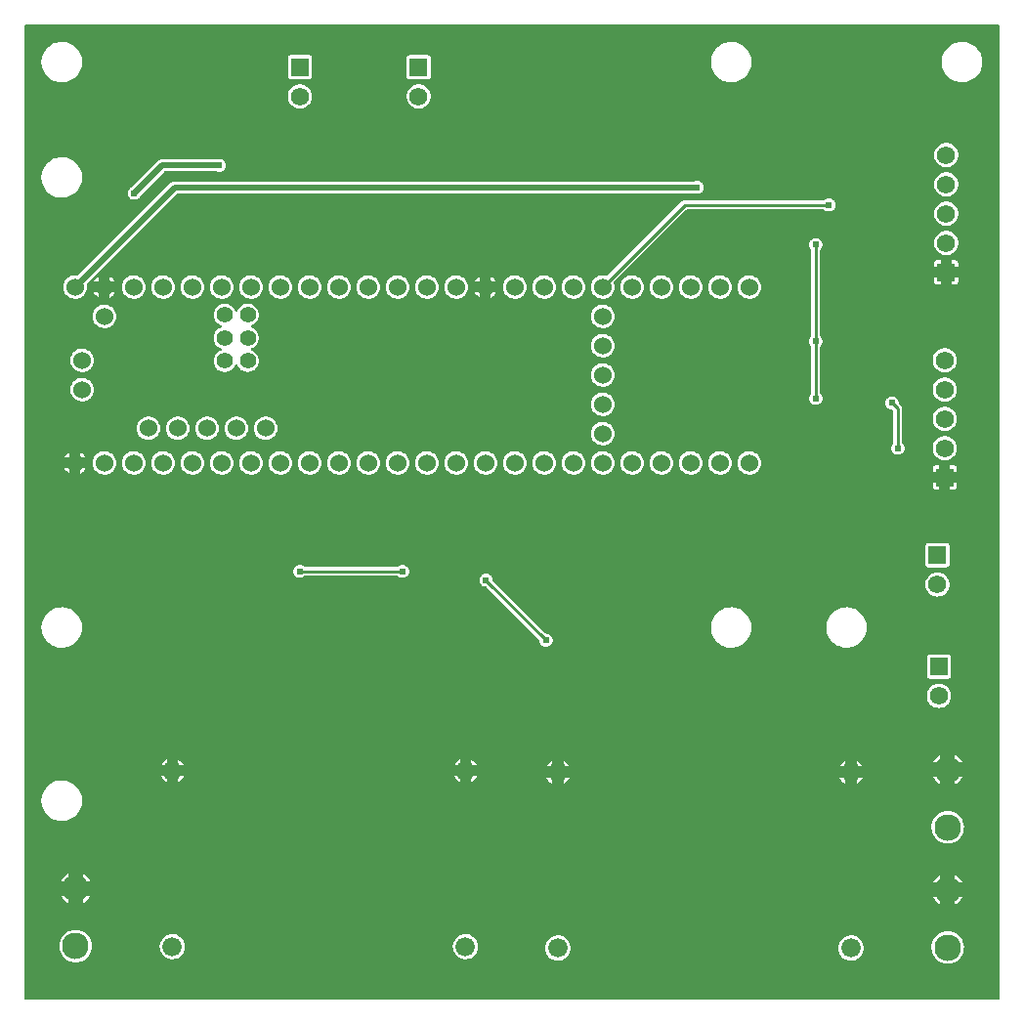
<source format=gbl>
G04 Layer: BottomLayer*
G04 EasyEDA v6.5.39, 2024-01-10 21:05:38*
G04 9cfd073529b94999841d5e3d22f50bd2,208856bd7ad64deca1bfdec547b981c7,10*
G04 Gerber Generator version 0.2*
G04 Scale: 100 percent, Rotated: No, Reflected: No *
G04 Dimensions in millimeters *
G04 leading zeros omitted , absolute positions ,4 integer and 5 decimal *
%FSLAX45Y45*%
%MOMM*%

%ADD10C,0.2540*%
%ADD11C,0.5000*%
%ADD12R,1.5748X1.5748*%
%ADD13C,1.5748*%
%ADD14C,1.6764*%
%ADD15C,1.5240*%
%ADD16C,1.4000*%
%ADD17C,2.3000*%
%ADD18C,0.6200*%
%ADD19C,0.0117*%

%LPD*%
G36*
X-90932Y-5794400D02*
G01*
X-94843Y-5793587D01*
X-98094Y-5791403D01*
X-100330Y-5788101D01*
X-101092Y-5784240D01*
X-101092Y2643632D01*
X-100330Y2647543D01*
X-98094Y2650794D01*
X-94843Y2653030D01*
X-90932Y2653792D01*
X8336940Y2653792D01*
X8340801Y2653030D01*
X8344103Y2650794D01*
X8346287Y2647543D01*
X8347100Y2643632D01*
X8347100Y-5784240D01*
X8346287Y-5788101D01*
X8344103Y-5791403D01*
X8340801Y-5793587D01*
X8336940Y-5794400D01*
G37*

%LPC*%
G36*
X7899400Y-5483606D02*
G01*
X7915452Y-5482691D01*
X7931302Y-5479948D01*
X7946745Y-5475376D01*
X7961579Y-5469128D01*
X7975549Y-5461203D01*
X7988604Y-5451754D01*
X8000441Y-5440883D01*
X8010956Y-5428742D01*
X8020050Y-5415432D01*
X8027568Y-5401208D01*
X8033410Y-5386222D01*
X8037474Y-5370677D01*
X8039760Y-5354777D01*
X8040217Y-5338673D01*
X8038846Y-5322671D01*
X8035645Y-5306872D01*
X8030667Y-5291582D01*
X8024012Y-5276951D01*
X8015681Y-5263184D01*
X8005876Y-5250434D01*
X7994650Y-5238902D01*
X7982203Y-5228691D01*
X7968691Y-5220004D01*
X7954264Y-5212943D01*
X7939074Y-5207508D01*
X7923428Y-5203850D01*
X7907426Y-5202021D01*
X7891373Y-5202021D01*
X7875371Y-5203850D01*
X7859725Y-5207508D01*
X7844536Y-5212943D01*
X7830108Y-5220004D01*
X7816596Y-5228691D01*
X7804150Y-5238902D01*
X7792923Y-5250434D01*
X7783118Y-5263184D01*
X7774787Y-5276951D01*
X7768132Y-5291582D01*
X7763154Y-5306872D01*
X7759953Y-5322671D01*
X7758582Y-5338673D01*
X7759039Y-5354777D01*
X7761325Y-5370677D01*
X7765389Y-5386222D01*
X7771231Y-5401208D01*
X7778750Y-5415432D01*
X7787843Y-5428742D01*
X7798358Y-5440883D01*
X7810195Y-5451754D01*
X7823250Y-5461203D01*
X7837220Y-5469128D01*
X7852054Y-5475376D01*
X7867497Y-5479948D01*
X7883347Y-5482691D01*
G37*
G36*
X334873Y-5470652D02*
G01*
X350926Y-5470652D01*
X366928Y-5468823D01*
X382574Y-5465165D01*
X397764Y-5459780D01*
X412191Y-5452668D01*
X425704Y-5443982D01*
X438150Y-5433822D01*
X449376Y-5422239D01*
X459181Y-5409539D01*
X467512Y-5395772D01*
X474167Y-5381091D01*
X479145Y-5365800D01*
X482346Y-5350052D01*
X483717Y-5334000D01*
X483260Y-5317947D01*
X480974Y-5301996D01*
X476910Y-5286451D01*
X471068Y-5271465D01*
X463550Y-5257241D01*
X454456Y-5243982D01*
X443941Y-5231790D01*
X432104Y-5220919D01*
X419049Y-5211470D01*
X405079Y-5203545D01*
X390245Y-5197297D01*
X374802Y-5192776D01*
X358952Y-5190032D01*
X342900Y-5189118D01*
X326847Y-5190032D01*
X310997Y-5192776D01*
X295554Y-5197297D01*
X280720Y-5203545D01*
X266750Y-5211470D01*
X253695Y-5220919D01*
X241858Y-5231790D01*
X231343Y-5243982D01*
X222250Y-5257241D01*
X214731Y-5271465D01*
X208889Y-5286451D01*
X204825Y-5301996D01*
X202539Y-5317947D01*
X202082Y-5334000D01*
X203454Y-5350052D01*
X206654Y-5365800D01*
X211632Y-5381091D01*
X218287Y-5395772D01*
X226618Y-5409539D01*
X236423Y-5422239D01*
X247650Y-5433822D01*
X260096Y-5443982D01*
X273608Y-5452668D01*
X288036Y-5459780D01*
X303225Y-5465165D01*
X318871Y-5468823D01*
G37*
G36*
X4524705Y-5456326D02*
G01*
X4538726Y-5455005D01*
X4552391Y-5451856D01*
X4565599Y-5447030D01*
X4578096Y-5440527D01*
X4589576Y-5432450D01*
X4599990Y-5423001D01*
X4609134Y-5412333D01*
X4616805Y-5400548D01*
X4622901Y-5387848D01*
X4627321Y-5374538D01*
X4630013Y-5360720D01*
X4630928Y-5346700D01*
X4630013Y-5332679D01*
X4627321Y-5318861D01*
X4622901Y-5305552D01*
X4616805Y-5292852D01*
X4609134Y-5281066D01*
X4599990Y-5270398D01*
X4589576Y-5260949D01*
X4578096Y-5252872D01*
X4565599Y-5246370D01*
X4552391Y-5241544D01*
X4538726Y-5238394D01*
X4524705Y-5237073D01*
X4510684Y-5237480D01*
X4496765Y-5239766D01*
X4483303Y-5243728D01*
X4470450Y-5249418D01*
X4458411Y-5256733D01*
X4447438Y-5265470D01*
X4437684Y-5275580D01*
X4429252Y-5286857D01*
X4422343Y-5299100D01*
X4417060Y-5312105D01*
X4413504Y-5325719D01*
X4411726Y-5339689D01*
X4411726Y-5353710D01*
X4413504Y-5367680D01*
X4417060Y-5381294D01*
X4422343Y-5394299D01*
X4429252Y-5406542D01*
X4437684Y-5417820D01*
X4447438Y-5427929D01*
X4458411Y-5436666D01*
X4470450Y-5443982D01*
X4483303Y-5449671D01*
X4496765Y-5453634D01*
X4510684Y-5455920D01*
G37*
G36*
X7064705Y-5456326D02*
G01*
X7078725Y-5455005D01*
X7092391Y-5451856D01*
X7105599Y-5447030D01*
X7118096Y-5440527D01*
X7129576Y-5432450D01*
X7139990Y-5423001D01*
X7149134Y-5412333D01*
X7156805Y-5400548D01*
X7162901Y-5387848D01*
X7167321Y-5374538D01*
X7170013Y-5360720D01*
X7170928Y-5346700D01*
X7170013Y-5332679D01*
X7167321Y-5318861D01*
X7162901Y-5305552D01*
X7156805Y-5292852D01*
X7149134Y-5281066D01*
X7139990Y-5270398D01*
X7129576Y-5260949D01*
X7118096Y-5252872D01*
X7105599Y-5246370D01*
X7092391Y-5241544D01*
X7078725Y-5238394D01*
X7064705Y-5237073D01*
X7050684Y-5237480D01*
X7036765Y-5239766D01*
X7023303Y-5243728D01*
X7010450Y-5249418D01*
X6998411Y-5256733D01*
X6987438Y-5265470D01*
X6977684Y-5275580D01*
X6969252Y-5286857D01*
X6962343Y-5299100D01*
X6957059Y-5312105D01*
X6953503Y-5325719D01*
X6951725Y-5339689D01*
X6951725Y-5353710D01*
X6953503Y-5367680D01*
X6957059Y-5381294D01*
X6962343Y-5394299D01*
X6969252Y-5406542D01*
X6977684Y-5417820D01*
X6987438Y-5427929D01*
X6998411Y-5436666D01*
X7010450Y-5443982D01*
X7023303Y-5449671D01*
X7036765Y-5453634D01*
X7050684Y-5455920D01*
G37*
G36*
X1184605Y-5443626D02*
G01*
X1198626Y-5442305D01*
X1212291Y-5439156D01*
X1225499Y-5434330D01*
X1237996Y-5427827D01*
X1249476Y-5419750D01*
X1259890Y-5410301D01*
X1269034Y-5399633D01*
X1276705Y-5387848D01*
X1282801Y-5375148D01*
X1287221Y-5361838D01*
X1289913Y-5348020D01*
X1290828Y-5334000D01*
X1289913Y-5319979D01*
X1287221Y-5306161D01*
X1282801Y-5292852D01*
X1276705Y-5280152D01*
X1269034Y-5268366D01*
X1259890Y-5257698D01*
X1249476Y-5248249D01*
X1237996Y-5240172D01*
X1225499Y-5233670D01*
X1212291Y-5228844D01*
X1198626Y-5225694D01*
X1184605Y-5224373D01*
X1170584Y-5224780D01*
X1156665Y-5227066D01*
X1143203Y-5231028D01*
X1130350Y-5236718D01*
X1118311Y-5244033D01*
X1107338Y-5252770D01*
X1097584Y-5262880D01*
X1089152Y-5274157D01*
X1082243Y-5286400D01*
X1076960Y-5299405D01*
X1073404Y-5313019D01*
X1071626Y-5326989D01*
X1071626Y-5341010D01*
X1073404Y-5354980D01*
X1076960Y-5368594D01*
X1082243Y-5381599D01*
X1089152Y-5393842D01*
X1097584Y-5405120D01*
X1107338Y-5415229D01*
X1118311Y-5423966D01*
X1130350Y-5431282D01*
X1143203Y-5436971D01*
X1156665Y-5440934D01*
X1170584Y-5443220D01*
G37*
G36*
X3724605Y-5443626D02*
G01*
X3738626Y-5442305D01*
X3752291Y-5439156D01*
X3765499Y-5434330D01*
X3777996Y-5427827D01*
X3789476Y-5419750D01*
X3799890Y-5410301D01*
X3809034Y-5399633D01*
X3816705Y-5387848D01*
X3822801Y-5375148D01*
X3827221Y-5361838D01*
X3829913Y-5348020D01*
X3830828Y-5334000D01*
X3829913Y-5319979D01*
X3827221Y-5306161D01*
X3822801Y-5292852D01*
X3816705Y-5280152D01*
X3809034Y-5268366D01*
X3799890Y-5257698D01*
X3789476Y-5248249D01*
X3777996Y-5240172D01*
X3765499Y-5233670D01*
X3752291Y-5228844D01*
X3738626Y-5225694D01*
X3724605Y-5224373D01*
X3710584Y-5224780D01*
X3696665Y-5227066D01*
X3683203Y-5231028D01*
X3670350Y-5236718D01*
X3658311Y-5244033D01*
X3647338Y-5252770D01*
X3637584Y-5262880D01*
X3629151Y-5274157D01*
X3622243Y-5286400D01*
X3616960Y-5299405D01*
X3613404Y-5313019D01*
X3611626Y-5326989D01*
X3611626Y-5341010D01*
X3613404Y-5354980D01*
X3616960Y-5368594D01*
X3622243Y-5381599D01*
X3629151Y-5393842D01*
X3637584Y-5405120D01*
X3647338Y-5415229D01*
X3658311Y-5423966D01*
X3670350Y-5431282D01*
X3683203Y-5436971D01*
X3696665Y-5440934D01*
X3710584Y-5443220D01*
G37*
G36*
X7835544Y-4968189D02*
G01*
X7835544Y-4906568D01*
X7774025Y-4906568D01*
X7778750Y-4915458D01*
X7787843Y-4928717D01*
X7798358Y-4940909D01*
X7810195Y-4951780D01*
X7823250Y-4961229D01*
G37*
G36*
X7963255Y-4968189D02*
G01*
X7975549Y-4961229D01*
X7988604Y-4951780D01*
X8000441Y-4940909D01*
X8010956Y-4928717D01*
X8020050Y-4915458D01*
X8024774Y-4906568D01*
X7963255Y-4906568D01*
G37*
G36*
X279044Y-4955336D02*
G01*
X279044Y-4893868D01*
X217424Y-4893868D01*
X218287Y-4895748D01*
X226618Y-4909515D01*
X236423Y-4922266D01*
X247650Y-4933797D01*
X260096Y-4944008D01*
X273608Y-4952695D01*
G37*
G36*
X406755Y-4955336D02*
G01*
X412191Y-4952695D01*
X425704Y-4944008D01*
X438150Y-4933797D01*
X449376Y-4922266D01*
X459181Y-4909515D01*
X467512Y-4895748D01*
X468376Y-4893868D01*
X406755Y-4893868D01*
G37*
G36*
X7773924Y-4778857D02*
G01*
X7835544Y-4778857D01*
X7835544Y-4717338D01*
X7830108Y-4720031D01*
X7816596Y-4728718D01*
X7804150Y-4738878D01*
X7792923Y-4750460D01*
X7783118Y-4763160D01*
X7774787Y-4776927D01*
G37*
G36*
X7963255Y-4778857D02*
G01*
X8024875Y-4778857D01*
X8024012Y-4776927D01*
X8015681Y-4763160D01*
X8005876Y-4750460D01*
X7994650Y-4738878D01*
X7982203Y-4728718D01*
X7968691Y-4720031D01*
X7963255Y-4717338D01*
G37*
G36*
X406755Y-4766157D02*
G01*
X468274Y-4766157D01*
X463550Y-4757267D01*
X454456Y-4743958D01*
X443941Y-4731816D01*
X432104Y-4720945D01*
X419049Y-4711496D01*
X406755Y-4704537D01*
G37*
G36*
X217525Y-4766157D02*
G01*
X279044Y-4766157D01*
X279044Y-4704537D01*
X266750Y-4711496D01*
X253695Y-4720945D01*
X241858Y-4731816D01*
X231343Y-4743958D01*
X222250Y-4757267D01*
G37*
G36*
X7899400Y-4442206D02*
G01*
X7915452Y-4441291D01*
X7931302Y-4438548D01*
X7946745Y-4433976D01*
X7961579Y-4427728D01*
X7975549Y-4419803D01*
X7988604Y-4410354D01*
X8000441Y-4399483D01*
X8010956Y-4387342D01*
X8020050Y-4374032D01*
X8027568Y-4359808D01*
X8033410Y-4344822D01*
X8037474Y-4329277D01*
X8039760Y-4313377D01*
X8040217Y-4297273D01*
X8038846Y-4281271D01*
X8035645Y-4265472D01*
X8030667Y-4250182D01*
X8024012Y-4235551D01*
X8015681Y-4221784D01*
X8005876Y-4209034D01*
X7994650Y-4197502D01*
X7982203Y-4187291D01*
X7968691Y-4178604D01*
X7954264Y-4171543D01*
X7939074Y-4166108D01*
X7923428Y-4162450D01*
X7907426Y-4160621D01*
X7891373Y-4160621D01*
X7875371Y-4162450D01*
X7859725Y-4166108D01*
X7844536Y-4171543D01*
X7830108Y-4178604D01*
X7816596Y-4187291D01*
X7804150Y-4197502D01*
X7792923Y-4209034D01*
X7783118Y-4221784D01*
X7774787Y-4235551D01*
X7768132Y-4250182D01*
X7763154Y-4265472D01*
X7759953Y-4281271D01*
X7758582Y-4297273D01*
X7759039Y-4313377D01*
X7761325Y-4329277D01*
X7765389Y-4344822D01*
X7771231Y-4359808D01*
X7778750Y-4374032D01*
X7787843Y-4387342D01*
X7798358Y-4399483D01*
X7810195Y-4410354D01*
X7823250Y-4419803D01*
X7837220Y-4427728D01*
X7852054Y-4433976D01*
X7867497Y-4438548D01*
X7883347Y-4441291D01*
G37*
G36*
X227533Y-4246118D02*
G01*
X245567Y-4244746D01*
X263398Y-4241495D01*
X280771Y-4236415D01*
X297586Y-4229608D01*
X313537Y-4221073D01*
X328574Y-4210964D01*
X342493Y-4199382D01*
X355142Y-4186428D01*
X366369Y-4172204D01*
X376072Y-4156913D01*
X384149Y-4140708D01*
X390550Y-4123791D01*
X395173Y-4106265D01*
X397967Y-4088384D01*
X398881Y-4070299D01*
X397967Y-4052214D01*
X395173Y-4034332D01*
X390550Y-4016806D01*
X384149Y-3999839D01*
X376072Y-3983634D01*
X366369Y-3968394D01*
X355142Y-3954170D01*
X342493Y-3941216D01*
X328574Y-3929583D01*
X313537Y-3919474D01*
X297586Y-3910990D01*
X280771Y-3904183D01*
X263398Y-3899103D01*
X245567Y-3895851D01*
X227533Y-3894480D01*
X209448Y-3894937D01*
X191465Y-3897223D01*
X173837Y-3901389D01*
X156718Y-3907332D01*
X140309Y-3915054D01*
X124815Y-3924350D01*
X110337Y-3935222D01*
X97028Y-3947515D01*
X85090Y-3961129D01*
X74574Y-3975912D01*
X65684Y-3991660D01*
X58419Y-4008221D01*
X52882Y-4025493D01*
X49225Y-4043222D01*
X47345Y-4061256D01*
X47345Y-4079341D01*
X49225Y-4097375D01*
X52882Y-4115104D01*
X58419Y-4132326D01*
X65684Y-4148937D01*
X74574Y-4164685D01*
X85090Y-4179468D01*
X97028Y-4193032D01*
X110337Y-4205376D01*
X124815Y-4216247D01*
X140309Y-4225544D01*
X156718Y-4233214D01*
X173837Y-4239158D01*
X191465Y-4243324D01*
X209448Y-4245660D01*
G37*
G36*
X7835544Y-3926789D02*
G01*
X7835544Y-3865168D01*
X7774025Y-3865168D01*
X7778750Y-3874058D01*
X7787843Y-3887317D01*
X7798358Y-3899509D01*
X7810195Y-3910380D01*
X7823250Y-3919829D01*
G37*
G36*
X7963255Y-3926789D02*
G01*
X7975549Y-3919829D01*
X7988604Y-3910380D01*
X8000441Y-3899509D01*
X8010956Y-3887317D01*
X8020050Y-3874058D01*
X8024774Y-3865168D01*
X7963255Y-3865168D01*
G37*
G36*
X7012940Y-3921048D02*
G01*
X7012940Y-3870960D01*
X6962749Y-3870960D01*
X6969252Y-3882542D01*
X6977684Y-3893820D01*
X6987438Y-3903929D01*
X6998411Y-3912666D01*
X7010450Y-3919982D01*
G37*
G36*
X4472940Y-3921048D02*
G01*
X4472940Y-3870960D01*
X4422749Y-3870960D01*
X4429252Y-3882542D01*
X4437684Y-3893820D01*
X4447438Y-3903929D01*
X4458411Y-3912666D01*
X4470450Y-3919982D01*
G37*
G36*
X4569460Y-3920998D02*
G01*
X4578096Y-3916527D01*
X4589576Y-3908450D01*
X4599990Y-3899001D01*
X4609134Y-3888333D01*
X4616805Y-3876548D01*
X4619498Y-3870960D01*
X4569460Y-3870960D01*
G37*
G36*
X7109459Y-3920998D02*
G01*
X7118096Y-3916527D01*
X7129576Y-3908450D01*
X7139990Y-3899001D01*
X7149134Y-3888333D01*
X7156805Y-3876548D01*
X7159498Y-3870960D01*
X7109459Y-3870960D01*
G37*
G36*
X1132840Y-3908348D02*
G01*
X1132840Y-3858260D01*
X1082649Y-3858260D01*
X1089152Y-3869842D01*
X1097584Y-3881120D01*
X1107338Y-3891229D01*
X1118311Y-3899966D01*
X1130350Y-3907282D01*
G37*
G36*
X3672840Y-3908348D02*
G01*
X3672840Y-3858260D01*
X3622649Y-3858260D01*
X3629151Y-3869842D01*
X3637584Y-3881120D01*
X3647338Y-3891229D01*
X3658311Y-3899966D01*
X3670350Y-3907282D01*
G37*
G36*
X1229360Y-3908298D02*
G01*
X1237996Y-3903827D01*
X1249476Y-3895750D01*
X1259890Y-3886301D01*
X1269034Y-3875633D01*
X1276705Y-3863848D01*
X1279398Y-3858260D01*
X1229360Y-3858260D01*
G37*
G36*
X3769360Y-3908298D02*
G01*
X3777996Y-3903827D01*
X3789476Y-3895750D01*
X3799890Y-3886301D01*
X3809034Y-3875633D01*
X3816705Y-3863848D01*
X3819398Y-3858260D01*
X3769360Y-3858260D01*
G37*
G36*
X4569460Y-3774440D02*
G01*
X4619498Y-3774440D01*
X4616805Y-3768851D01*
X4609134Y-3757066D01*
X4599990Y-3746398D01*
X4589576Y-3736949D01*
X4578096Y-3728872D01*
X4569460Y-3724401D01*
G37*
G36*
X7109459Y-3774440D02*
G01*
X7159498Y-3774440D01*
X7156805Y-3768851D01*
X7149134Y-3757066D01*
X7139990Y-3746398D01*
X7129576Y-3736949D01*
X7118096Y-3728872D01*
X7109459Y-3724401D01*
G37*
G36*
X6962749Y-3774440D02*
G01*
X7012940Y-3774440D01*
X7012940Y-3724351D01*
X7010450Y-3725418D01*
X6998411Y-3732733D01*
X6987438Y-3741470D01*
X6977684Y-3751579D01*
X6969252Y-3762857D01*
G37*
G36*
X4422749Y-3774440D02*
G01*
X4472940Y-3774440D01*
X4472940Y-3724351D01*
X4470450Y-3725418D01*
X4458411Y-3732733D01*
X4447438Y-3741470D01*
X4437684Y-3751579D01*
X4429252Y-3762857D01*
G37*
G36*
X1229360Y-3761740D02*
G01*
X1279398Y-3761740D01*
X1276705Y-3756151D01*
X1269034Y-3744366D01*
X1259890Y-3733698D01*
X1249476Y-3724249D01*
X1237996Y-3716172D01*
X1229360Y-3711701D01*
G37*
G36*
X3769360Y-3761740D02*
G01*
X3819398Y-3761740D01*
X3816705Y-3756151D01*
X3809034Y-3744366D01*
X3799890Y-3733698D01*
X3789476Y-3724249D01*
X3777996Y-3716172D01*
X3769360Y-3711701D01*
G37*
G36*
X1082649Y-3761740D02*
G01*
X1132840Y-3761740D01*
X1132840Y-3711651D01*
X1130350Y-3712718D01*
X1118311Y-3720033D01*
X1107338Y-3728770D01*
X1097584Y-3738879D01*
X1089152Y-3750157D01*
G37*
G36*
X3622649Y-3761740D02*
G01*
X3672840Y-3761740D01*
X3672840Y-3711651D01*
X3670350Y-3712718D01*
X3658311Y-3720033D01*
X3647338Y-3728770D01*
X3637584Y-3738879D01*
X3629151Y-3750157D01*
G37*
G36*
X7773924Y-3737457D02*
G01*
X7835544Y-3737457D01*
X7835544Y-3675938D01*
X7830108Y-3678631D01*
X7816596Y-3687318D01*
X7804150Y-3697478D01*
X7792923Y-3709060D01*
X7783118Y-3721760D01*
X7774787Y-3735527D01*
G37*
G36*
X7963255Y-3737457D02*
G01*
X8024875Y-3737457D01*
X8024012Y-3735527D01*
X8015681Y-3721760D01*
X8005876Y-3709060D01*
X7994650Y-3697478D01*
X7982203Y-3687318D01*
X7968691Y-3678631D01*
X7963255Y-3675938D01*
G37*
G36*
X7823200Y-3266948D02*
G01*
X7836865Y-3266033D01*
X7850276Y-3263341D01*
X7863230Y-3258972D01*
X7875524Y-3252927D01*
X7886903Y-3245307D01*
X7897164Y-3236264D01*
X7906207Y-3226003D01*
X7913827Y-3214624D01*
X7919872Y-3202330D01*
X7924241Y-3189376D01*
X7926933Y-3175965D01*
X7927848Y-3162300D01*
X7926933Y-3148634D01*
X7924241Y-3135223D01*
X7919872Y-3122269D01*
X7913827Y-3109976D01*
X7906207Y-3098596D01*
X7897164Y-3088335D01*
X7886903Y-3079292D01*
X7875524Y-3071672D01*
X7863230Y-3065627D01*
X7850276Y-3061258D01*
X7836865Y-3058566D01*
X7823200Y-3057652D01*
X7809534Y-3058566D01*
X7796123Y-3061258D01*
X7783169Y-3065627D01*
X7770875Y-3071672D01*
X7759496Y-3079292D01*
X7749235Y-3088335D01*
X7740192Y-3098596D01*
X7732572Y-3109976D01*
X7726527Y-3122269D01*
X7722158Y-3135223D01*
X7719466Y-3148634D01*
X7718552Y-3162300D01*
X7719466Y-3175965D01*
X7722158Y-3189376D01*
X7726527Y-3202330D01*
X7732572Y-3214624D01*
X7740192Y-3226003D01*
X7749235Y-3236264D01*
X7759496Y-3245307D01*
X7770875Y-3252927D01*
X7783169Y-3258972D01*
X7796123Y-3263341D01*
X7809534Y-3266033D01*
G37*
G36*
X7745018Y-3012948D02*
G01*
X7901381Y-3012948D01*
X7907680Y-3012236D01*
X7913166Y-3010306D01*
X7918043Y-3007258D01*
X7922158Y-3003143D01*
X7925206Y-2998266D01*
X7927136Y-2992780D01*
X7927848Y-2986481D01*
X7927848Y-2830118D01*
X7927136Y-2823819D01*
X7925206Y-2818333D01*
X7922158Y-2813456D01*
X7918043Y-2809341D01*
X7913166Y-2806293D01*
X7907680Y-2804363D01*
X7901381Y-2803652D01*
X7745018Y-2803652D01*
X7738719Y-2804363D01*
X7733233Y-2806293D01*
X7728356Y-2809341D01*
X7724241Y-2813456D01*
X7721193Y-2818333D01*
X7719263Y-2823819D01*
X7718552Y-2830118D01*
X7718552Y-2986481D01*
X7719263Y-2992780D01*
X7721193Y-2998266D01*
X7724241Y-3003143D01*
X7728356Y-3007258D01*
X7733233Y-3010306D01*
X7738719Y-3012236D01*
G37*
G36*
X227533Y-2746146D02*
G01*
X245617Y-2744724D01*
X263398Y-2741472D01*
X280822Y-2736443D01*
X297586Y-2729585D01*
X313537Y-2721102D01*
X328574Y-2710992D01*
X342493Y-2699359D01*
X355142Y-2686405D01*
X366369Y-2672232D01*
X376072Y-2656941D01*
X384200Y-2640736D01*
X390550Y-2623769D01*
X395173Y-2606294D01*
X397967Y-2588361D01*
X398881Y-2570276D01*
X397967Y-2552192D01*
X395173Y-2534310D01*
X390550Y-2516784D01*
X384200Y-2499868D01*
X376072Y-2483662D01*
X366369Y-2468372D01*
X355142Y-2454198D01*
X342493Y-2441194D01*
X328574Y-2429611D01*
X313537Y-2419502D01*
X297586Y-2410968D01*
X280822Y-2404160D01*
X263398Y-2399080D01*
X245617Y-2395880D01*
X227533Y-2394458D01*
X209448Y-2394915D01*
X191465Y-2397252D01*
X173837Y-2401417D01*
X156768Y-2407361D01*
X140360Y-2415032D01*
X124815Y-2424379D01*
X110337Y-2435250D01*
X97028Y-2447544D01*
X85090Y-2461158D01*
X74574Y-2475890D01*
X65684Y-2491638D01*
X58419Y-2508250D01*
X52933Y-2525522D01*
X49225Y-2543251D01*
X47345Y-2561234D01*
X47345Y-2579370D01*
X49225Y-2597353D01*
X52933Y-2615082D01*
X58419Y-2632354D01*
X65684Y-2648915D01*
X74574Y-2664714D01*
X85090Y-2679446D01*
X97028Y-2693060D01*
X110337Y-2705354D01*
X124815Y-2716225D01*
X140360Y-2725572D01*
X156768Y-2733243D01*
X173837Y-2739186D01*
X191465Y-2743352D01*
X209448Y-2745689D01*
G37*
G36*
X6027521Y-2746146D02*
G01*
X6045555Y-2744724D01*
X6063386Y-2741472D01*
X6080760Y-2736443D01*
X6097574Y-2729585D01*
X6113526Y-2721102D01*
X6128562Y-2710992D01*
X6142482Y-2699410D01*
X6155131Y-2686405D01*
X6166358Y-2672232D01*
X6176060Y-2656941D01*
X6184138Y-2640736D01*
X6190538Y-2623769D01*
X6195161Y-2606294D01*
X6197955Y-2588412D01*
X6198870Y-2570327D01*
X6197955Y-2552192D01*
X6195161Y-2534310D01*
X6190538Y-2516835D01*
X6184138Y-2499868D01*
X6176060Y-2483662D01*
X6166358Y-2468372D01*
X6155131Y-2454198D01*
X6142482Y-2441194D01*
X6128562Y-2429611D01*
X6113526Y-2419502D01*
X6097574Y-2411018D01*
X6080760Y-2404160D01*
X6063386Y-2399131D01*
X6045555Y-2395880D01*
X6027521Y-2394458D01*
X6009436Y-2394915D01*
X5991453Y-2397252D01*
X5973826Y-2401417D01*
X5956706Y-2407361D01*
X5940298Y-2415032D01*
X5924804Y-2424379D01*
X5910326Y-2435250D01*
X5897016Y-2447544D01*
X5885078Y-2461158D01*
X5874562Y-2475890D01*
X5865672Y-2491638D01*
X5858408Y-2508250D01*
X5852871Y-2525522D01*
X5849213Y-2543251D01*
X5847334Y-2561234D01*
X5847334Y-2579370D01*
X5849213Y-2597353D01*
X5852871Y-2615082D01*
X5858408Y-2632354D01*
X5865672Y-2648966D01*
X5874562Y-2664714D01*
X5885078Y-2679446D01*
X5897016Y-2693060D01*
X5910326Y-2705354D01*
X5924804Y-2716225D01*
X5940298Y-2725572D01*
X5956706Y-2733243D01*
X5973826Y-2739186D01*
X5991453Y-2743352D01*
X6009436Y-2745689D01*
G37*
G36*
X7027519Y-2746146D02*
G01*
X7045553Y-2744724D01*
X7063384Y-2741472D01*
X7080758Y-2736443D01*
X7097572Y-2729585D01*
X7113524Y-2721102D01*
X7128560Y-2710992D01*
X7142480Y-2699359D01*
X7155129Y-2686405D01*
X7166356Y-2672232D01*
X7176058Y-2656941D01*
X7184136Y-2640736D01*
X7190536Y-2623769D01*
X7195159Y-2606294D01*
X7197953Y-2588361D01*
X7198868Y-2570276D01*
X7197953Y-2552192D01*
X7195159Y-2534310D01*
X7190536Y-2516784D01*
X7184136Y-2499868D01*
X7176058Y-2483662D01*
X7166356Y-2468372D01*
X7155129Y-2454198D01*
X7142480Y-2441194D01*
X7128560Y-2429611D01*
X7113524Y-2419502D01*
X7097572Y-2410968D01*
X7080758Y-2404160D01*
X7063384Y-2399080D01*
X7045553Y-2395880D01*
X7027519Y-2394458D01*
X7009434Y-2394915D01*
X6991451Y-2397252D01*
X6973824Y-2401417D01*
X6956704Y-2407361D01*
X6940296Y-2415032D01*
X6924802Y-2424379D01*
X6910324Y-2435250D01*
X6897014Y-2447544D01*
X6885076Y-2461158D01*
X6874560Y-2475890D01*
X6865670Y-2491638D01*
X6858406Y-2508250D01*
X6852869Y-2525522D01*
X6849211Y-2543251D01*
X6847331Y-2561234D01*
X6847331Y-2579370D01*
X6849211Y-2597353D01*
X6852869Y-2615082D01*
X6858406Y-2632354D01*
X6865670Y-2648915D01*
X6874560Y-2664714D01*
X6885076Y-2679446D01*
X6897014Y-2693060D01*
X6910324Y-2705354D01*
X6924802Y-2716225D01*
X6940296Y-2725572D01*
X6956704Y-2733243D01*
X6973824Y-2739186D01*
X6991451Y-2743352D01*
X7009434Y-2745689D01*
G37*
G36*
X4422038Y-2736545D02*
G01*
X4431588Y-2735275D01*
X4440783Y-2732481D01*
X4449419Y-2728112D01*
X4457192Y-2722372D01*
X4463846Y-2715412D01*
X4469231Y-2707436D01*
X4473244Y-2698648D01*
X4475632Y-2689301D01*
X4476496Y-2679700D01*
X4475632Y-2670098D01*
X4473244Y-2660751D01*
X4469231Y-2651963D01*
X4463846Y-2643987D01*
X4457192Y-2637028D01*
X4449419Y-2631287D01*
X4440783Y-2626918D01*
X4431588Y-2624124D01*
X4417923Y-2622194D01*
X4414418Y-2619908D01*
X3958590Y-2164130D01*
X3956558Y-2161184D01*
X3955643Y-2157780D01*
X3954932Y-2149398D01*
X3952544Y-2140051D01*
X3948531Y-2131263D01*
X3943146Y-2123287D01*
X3936492Y-2116328D01*
X3928719Y-2110587D01*
X3920083Y-2106218D01*
X3910888Y-2103424D01*
X3901338Y-2102154D01*
X3891686Y-2102612D01*
X3882237Y-2104644D01*
X3873296Y-2108200D01*
X3865067Y-2113280D01*
X3857853Y-2119630D01*
X3851757Y-2127148D01*
X3847084Y-2135581D01*
X3843883Y-2144674D01*
X3842258Y-2154174D01*
X3842258Y-2163826D01*
X3843883Y-2173325D01*
X3847084Y-2182418D01*
X3851757Y-2190851D01*
X3857853Y-2198370D01*
X3865067Y-2204720D01*
X3873296Y-2209800D01*
X3882237Y-2213356D01*
X3891686Y-2215388D01*
X3897172Y-2215642D01*
X3900830Y-2216505D01*
X3903929Y-2218588D01*
X4359960Y-2674670D01*
X4362145Y-2677972D01*
X4362958Y-2681833D01*
X4362958Y-2684526D01*
X4364583Y-2694025D01*
X4367784Y-2703118D01*
X4372457Y-2711551D01*
X4378553Y-2719070D01*
X4385767Y-2725420D01*
X4393996Y-2730500D01*
X4402937Y-2734056D01*
X4412386Y-2736088D01*
G37*
G36*
X7810500Y-2301748D02*
G01*
X7824165Y-2300833D01*
X7837576Y-2298141D01*
X7850530Y-2293772D01*
X7862824Y-2287727D01*
X7874203Y-2280107D01*
X7884464Y-2271064D01*
X7893507Y-2260803D01*
X7901127Y-2249424D01*
X7907172Y-2237130D01*
X7911541Y-2224176D01*
X7914233Y-2210765D01*
X7915148Y-2197100D01*
X7914233Y-2183434D01*
X7911541Y-2170023D01*
X7907172Y-2157069D01*
X7901127Y-2144776D01*
X7893507Y-2133396D01*
X7884464Y-2123135D01*
X7874203Y-2114092D01*
X7862824Y-2106472D01*
X7850530Y-2100427D01*
X7837576Y-2096058D01*
X7824165Y-2093366D01*
X7810500Y-2092452D01*
X7796834Y-2093366D01*
X7783423Y-2096058D01*
X7770469Y-2100427D01*
X7758175Y-2106472D01*
X7746796Y-2114092D01*
X7736535Y-2123135D01*
X7727492Y-2133396D01*
X7719872Y-2144776D01*
X7713827Y-2157069D01*
X7709458Y-2170023D01*
X7706766Y-2183434D01*
X7705852Y-2197100D01*
X7706766Y-2210765D01*
X7709458Y-2224176D01*
X7713827Y-2237130D01*
X7719872Y-2249424D01*
X7727492Y-2260803D01*
X7736535Y-2271064D01*
X7746796Y-2280107D01*
X7758175Y-2287727D01*
X7770469Y-2293772D01*
X7783423Y-2298141D01*
X7796834Y-2300833D01*
G37*
G36*
X2288438Y-2139645D02*
G01*
X2297988Y-2138375D01*
X2307183Y-2135581D01*
X2315819Y-2131212D01*
X2327859Y-2122220D01*
X2331821Y-2121408D01*
X3129280Y-2121408D01*
X3132836Y-2122068D01*
X3135985Y-2123948D01*
X3141167Y-2128520D01*
X3149396Y-2133600D01*
X3158337Y-2137156D01*
X3167786Y-2139188D01*
X3177438Y-2139645D01*
X3186988Y-2138375D01*
X3196183Y-2135581D01*
X3204819Y-2131212D01*
X3212592Y-2125472D01*
X3219246Y-2118512D01*
X3224631Y-2110536D01*
X3228644Y-2101748D01*
X3231032Y-2092401D01*
X3231896Y-2082800D01*
X3231032Y-2073198D01*
X3228644Y-2063851D01*
X3224631Y-2055063D01*
X3219246Y-2047087D01*
X3212592Y-2040128D01*
X3204819Y-2034387D01*
X3196183Y-2030018D01*
X3186988Y-2027224D01*
X3177438Y-2025954D01*
X3167786Y-2026412D01*
X3158337Y-2028443D01*
X3149396Y-2032000D01*
X3141167Y-2037080D01*
X3135985Y-2041652D01*
X3132836Y-2043531D01*
X3129280Y-2044192D01*
X2331821Y-2044192D01*
X2327859Y-2043379D01*
X2315819Y-2034387D01*
X2307183Y-2030018D01*
X2297988Y-2027224D01*
X2288438Y-2025954D01*
X2278786Y-2026412D01*
X2269337Y-2028443D01*
X2260396Y-2032000D01*
X2252167Y-2037080D01*
X2244953Y-2043430D01*
X2238857Y-2050948D01*
X2234184Y-2059381D01*
X2230983Y-2068474D01*
X2229358Y-2077974D01*
X2229358Y-2087625D01*
X2230983Y-2097125D01*
X2234184Y-2106218D01*
X2238857Y-2114651D01*
X2244953Y-2122170D01*
X2252167Y-2128520D01*
X2260396Y-2133600D01*
X2269337Y-2137156D01*
X2278786Y-2139188D01*
G37*
G36*
X7732318Y-2047748D02*
G01*
X7888681Y-2047748D01*
X7894980Y-2047036D01*
X7900466Y-2045106D01*
X7905343Y-2042058D01*
X7909458Y-2037943D01*
X7912506Y-2033066D01*
X7914436Y-2027580D01*
X7915148Y-2021281D01*
X7915148Y-1864918D01*
X7914436Y-1858619D01*
X7912506Y-1853133D01*
X7909458Y-1848256D01*
X7905343Y-1844141D01*
X7900466Y-1841093D01*
X7894980Y-1839163D01*
X7888681Y-1838452D01*
X7732318Y-1838452D01*
X7726019Y-1839163D01*
X7720533Y-1841093D01*
X7715656Y-1844141D01*
X7711541Y-1848256D01*
X7708493Y-1853133D01*
X7706563Y-1858619D01*
X7705852Y-1864918D01*
X7705852Y-2021281D01*
X7706563Y-2027580D01*
X7708493Y-2033066D01*
X7711541Y-2037943D01*
X7715656Y-2042058D01*
X7720533Y-2045106D01*
X7726019Y-2047036D01*
G37*
G36*
X7795818Y-1374648D02*
G01*
X7828280Y-1374648D01*
X7828280Y-1315720D01*
X7769352Y-1315720D01*
X7769352Y-1348181D01*
X7770063Y-1354480D01*
X7771993Y-1359966D01*
X7775041Y-1364843D01*
X7779156Y-1368958D01*
X7784033Y-1372006D01*
X7789519Y-1373936D01*
G37*
G36*
X7919720Y-1374648D02*
G01*
X7952181Y-1374648D01*
X7958480Y-1373936D01*
X7963966Y-1372006D01*
X7968843Y-1368958D01*
X7972958Y-1364843D01*
X7976006Y-1359966D01*
X7977936Y-1354480D01*
X7978648Y-1348181D01*
X7978648Y-1315720D01*
X7919720Y-1315720D01*
G37*
G36*
X1356715Y-1245006D02*
G01*
X1370279Y-1243685D01*
X1383538Y-1240485D01*
X1396288Y-1235608D01*
X1408226Y-1229055D01*
X1419199Y-1220978D01*
X1429004Y-1211478D01*
X1437487Y-1200759D01*
X1444396Y-1189024D01*
X1449730Y-1176477D01*
X1453337Y-1163320D01*
X1455166Y-1149807D01*
X1455166Y-1136192D01*
X1453337Y-1122680D01*
X1449730Y-1109522D01*
X1444396Y-1096975D01*
X1437487Y-1085240D01*
X1429004Y-1074521D01*
X1419199Y-1065022D01*
X1408226Y-1056944D01*
X1396288Y-1050391D01*
X1383538Y-1045514D01*
X1370279Y-1042314D01*
X1356715Y-1040993D01*
X1343101Y-1041450D01*
X1329639Y-1043686D01*
X1316634Y-1047750D01*
X1304239Y-1053490D01*
X1292758Y-1060805D01*
X1282344Y-1069594D01*
X1273200Y-1079754D01*
X1265478Y-1090980D01*
X1259332Y-1103122D01*
X1254861Y-1116025D01*
X1252118Y-1129385D01*
X1251204Y-1143000D01*
X1252118Y-1156614D01*
X1254861Y-1169974D01*
X1259332Y-1182878D01*
X1265478Y-1195019D01*
X1273200Y-1206246D01*
X1282344Y-1216406D01*
X1292758Y-1225194D01*
X1304239Y-1232509D01*
X1316634Y-1238250D01*
X1329639Y-1242314D01*
X1343101Y-1244549D01*
G37*
G36*
X1102715Y-1245006D02*
G01*
X1116279Y-1243685D01*
X1129538Y-1240485D01*
X1142288Y-1235608D01*
X1154226Y-1229055D01*
X1165199Y-1220978D01*
X1175004Y-1211478D01*
X1183487Y-1200759D01*
X1190396Y-1189024D01*
X1195730Y-1176477D01*
X1199337Y-1163320D01*
X1201166Y-1149807D01*
X1201166Y-1136192D01*
X1199337Y-1122680D01*
X1195730Y-1109522D01*
X1190396Y-1096975D01*
X1183487Y-1085240D01*
X1175004Y-1074521D01*
X1165199Y-1065022D01*
X1154226Y-1056944D01*
X1142288Y-1050391D01*
X1129538Y-1045514D01*
X1116279Y-1042314D01*
X1102715Y-1040993D01*
X1089101Y-1041450D01*
X1075639Y-1043686D01*
X1062634Y-1047750D01*
X1050239Y-1053490D01*
X1038758Y-1060805D01*
X1028344Y-1069594D01*
X1019200Y-1079754D01*
X1011478Y-1090980D01*
X1005332Y-1103122D01*
X1000861Y-1116025D01*
X998118Y-1129385D01*
X997203Y-1143000D01*
X998118Y-1156614D01*
X1000861Y-1169974D01*
X1005332Y-1182878D01*
X1011478Y-1195019D01*
X1019200Y-1206246D01*
X1028344Y-1216406D01*
X1038758Y-1225194D01*
X1050239Y-1232509D01*
X1062634Y-1238250D01*
X1075639Y-1242314D01*
X1089101Y-1244549D01*
G37*
G36*
X1610715Y-1245006D02*
G01*
X1624279Y-1243685D01*
X1637538Y-1240485D01*
X1650288Y-1235608D01*
X1662226Y-1229055D01*
X1673199Y-1220978D01*
X1683004Y-1211478D01*
X1691487Y-1200759D01*
X1698396Y-1189024D01*
X1703730Y-1176477D01*
X1707337Y-1163320D01*
X1709166Y-1149807D01*
X1709166Y-1136192D01*
X1707337Y-1122680D01*
X1703730Y-1109522D01*
X1698396Y-1096975D01*
X1691487Y-1085240D01*
X1683004Y-1074521D01*
X1673199Y-1065022D01*
X1662226Y-1056944D01*
X1650288Y-1050391D01*
X1637538Y-1045514D01*
X1624279Y-1042314D01*
X1610715Y-1040993D01*
X1597101Y-1041450D01*
X1583639Y-1043686D01*
X1570634Y-1047750D01*
X1558239Y-1053490D01*
X1546758Y-1060805D01*
X1536344Y-1069594D01*
X1527200Y-1079754D01*
X1519478Y-1090980D01*
X1513332Y-1103122D01*
X1508861Y-1116025D01*
X1506118Y-1129385D01*
X1505204Y-1143000D01*
X1506118Y-1156614D01*
X1508861Y-1169974D01*
X1513332Y-1182878D01*
X1519478Y-1195019D01*
X1527200Y-1206246D01*
X1536344Y-1216406D01*
X1546758Y-1225194D01*
X1558239Y-1232509D01*
X1570634Y-1238250D01*
X1583639Y-1242314D01*
X1597101Y-1244549D01*
G37*
G36*
X848715Y-1245006D02*
G01*
X862279Y-1243685D01*
X875537Y-1240485D01*
X888288Y-1235608D01*
X900226Y-1229055D01*
X911199Y-1220978D01*
X921003Y-1211478D01*
X929487Y-1200759D01*
X936396Y-1189024D01*
X941730Y-1176477D01*
X945337Y-1163320D01*
X947166Y-1149807D01*
X947166Y-1136192D01*
X945337Y-1122680D01*
X941730Y-1109522D01*
X936396Y-1096975D01*
X929487Y-1085240D01*
X921003Y-1074521D01*
X911199Y-1065022D01*
X900226Y-1056944D01*
X888288Y-1050391D01*
X875537Y-1045514D01*
X862279Y-1042314D01*
X848715Y-1040993D01*
X835101Y-1041450D01*
X821639Y-1043686D01*
X808634Y-1047750D01*
X796239Y-1053490D01*
X784758Y-1060805D01*
X774344Y-1069594D01*
X765200Y-1079754D01*
X757478Y-1090980D01*
X751332Y-1103122D01*
X746861Y-1116025D01*
X744118Y-1129385D01*
X743204Y-1143000D01*
X744118Y-1156614D01*
X746861Y-1169974D01*
X751332Y-1182878D01*
X757478Y-1195019D01*
X765200Y-1206246D01*
X774344Y-1216406D01*
X784758Y-1225194D01*
X796239Y-1232509D01*
X808634Y-1238250D01*
X821639Y-1242314D01*
X835101Y-1244549D01*
G37*
G36*
X594715Y-1245006D02*
G01*
X608279Y-1243685D01*
X621538Y-1240485D01*
X634288Y-1235608D01*
X646226Y-1229055D01*
X657199Y-1220978D01*
X667004Y-1211478D01*
X675487Y-1200759D01*
X682396Y-1189024D01*
X687730Y-1176477D01*
X691337Y-1163320D01*
X693166Y-1149807D01*
X693166Y-1136192D01*
X691337Y-1122680D01*
X687730Y-1109522D01*
X682396Y-1096975D01*
X675487Y-1085240D01*
X667004Y-1074521D01*
X657199Y-1065022D01*
X646226Y-1056944D01*
X634288Y-1050391D01*
X621538Y-1045514D01*
X608279Y-1042314D01*
X594715Y-1040993D01*
X581101Y-1041450D01*
X567639Y-1043686D01*
X554634Y-1047750D01*
X542239Y-1053490D01*
X530758Y-1060805D01*
X520344Y-1069594D01*
X511200Y-1079754D01*
X503478Y-1090980D01*
X497332Y-1103122D01*
X492861Y-1116025D01*
X490118Y-1129385D01*
X489204Y-1143000D01*
X490118Y-1156614D01*
X492861Y-1169974D01*
X497332Y-1182878D01*
X503478Y-1195019D01*
X511200Y-1206246D01*
X520344Y-1216406D01*
X530758Y-1225194D01*
X542239Y-1232509D01*
X554634Y-1238250D01*
X567639Y-1242314D01*
X581101Y-1244549D01*
G37*
G36*
X1864715Y-1245006D02*
G01*
X1878279Y-1243685D01*
X1891538Y-1240485D01*
X1904288Y-1235608D01*
X1916226Y-1229055D01*
X1927199Y-1220978D01*
X1937004Y-1211478D01*
X1945487Y-1200759D01*
X1952396Y-1189024D01*
X1957730Y-1176477D01*
X1961337Y-1163320D01*
X1963166Y-1149807D01*
X1963166Y-1136192D01*
X1961337Y-1122680D01*
X1957730Y-1109522D01*
X1952396Y-1096975D01*
X1945487Y-1085240D01*
X1937004Y-1074521D01*
X1927199Y-1065022D01*
X1916226Y-1056944D01*
X1904288Y-1050391D01*
X1891538Y-1045514D01*
X1878279Y-1042314D01*
X1864715Y-1040993D01*
X1851101Y-1041450D01*
X1837639Y-1043686D01*
X1824634Y-1047750D01*
X1812239Y-1053490D01*
X1800758Y-1060805D01*
X1790344Y-1069594D01*
X1781200Y-1079754D01*
X1773478Y-1090980D01*
X1767332Y-1103122D01*
X1762861Y-1116025D01*
X1760118Y-1129385D01*
X1759204Y-1143000D01*
X1760118Y-1156614D01*
X1762861Y-1169974D01*
X1767332Y-1182878D01*
X1773478Y-1195019D01*
X1781200Y-1206246D01*
X1790344Y-1216406D01*
X1800758Y-1225194D01*
X1812239Y-1232509D01*
X1824634Y-1238250D01*
X1837639Y-1242314D01*
X1851101Y-1244549D01*
G37*
G36*
X2372715Y-1245006D02*
G01*
X2386279Y-1243685D01*
X2399538Y-1240485D01*
X2412288Y-1235608D01*
X2424226Y-1229055D01*
X2435199Y-1220978D01*
X2445004Y-1211478D01*
X2453487Y-1200759D01*
X2460396Y-1189024D01*
X2465730Y-1176477D01*
X2469337Y-1163320D01*
X2471166Y-1149807D01*
X2471166Y-1136192D01*
X2469337Y-1122680D01*
X2465730Y-1109522D01*
X2460396Y-1096975D01*
X2453487Y-1085240D01*
X2445004Y-1074521D01*
X2435199Y-1065022D01*
X2424226Y-1056944D01*
X2412288Y-1050391D01*
X2399538Y-1045514D01*
X2386279Y-1042314D01*
X2372715Y-1040993D01*
X2359101Y-1041450D01*
X2345639Y-1043686D01*
X2332634Y-1047750D01*
X2320239Y-1053490D01*
X2308758Y-1060805D01*
X2298344Y-1069594D01*
X2289200Y-1079754D01*
X2281478Y-1090980D01*
X2275332Y-1103122D01*
X2270861Y-1116025D01*
X2268118Y-1129385D01*
X2267204Y-1143000D01*
X2268118Y-1156614D01*
X2270861Y-1169974D01*
X2275332Y-1182878D01*
X2281478Y-1195019D01*
X2289200Y-1206246D01*
X2298344Y-1216406D01*
X2308758Y-1225194D01*
X2320239Y-1232509D01*
X2332634Y-1238250D01*
X2345639Y-1242314D01*
X2359101Y-1244549D01*
G37*
G36*
X4404715Y-1245006D02*
G01*
X4418279Y-1243685D01*
X4431538Y-1240485D01*
X4444288Y-1235608D01*
X4456226Y-1229055D01*
X4467199Y-1220978D01*
X4477004Y-1211478D01*
X4485487Y-1200759D01*
X4492396Y-1189024D01*
X4497730Y-1176477D01*
X4501337Y-1163320D01*
X4503166Y-1149807D01*
X4503166Y-1136192D01*
X4501337Y-1122680D01*
X4497730Y-1109522D01*
X4492396Y-1096975D01*
X4485487Y-1085240D01*
X4477004Y-1074521D01*
X4467199Y-1065022D01*
X4456226Y-1056944D01*
X4444288Y-1050391D01*
X4431538Y-1045514D01*
X4418279Y-1042314D01*
X4404715Y-1040993D01*
X4391101Y-1041450D01*
X4377639Y-1043686D01*
X4364634Y-1047750D01*
X4352239Y-1053490D01*
X4340758Y-1060805D01*
X4330344Y-1069594D01*
X4321200Y-1079754D01*
X4313478Y-1090980D01*
X4307332Y-1103122D01*
X4302861Y-1116025D01*
X4300118Y-1129385D01*
X4299204Y-1143000D01*
X4300118Y-1156614D01*
X4302861Y-1169974D01*
X4307332Y-1182878D01*
X4313478Y-1195019D01*
X4321200Y-1206246D01*
X4330344Y-1216406D01*
X4340758Y-1225194D01*
X4352239Y-1232509D01*
X4364634Y-1238250D01*
X4377639Y-1242314D01*
X4391101Y-1244549D01*
G37*
G36*
X2118715Y-1245006D02*
G01*
X2132279Y-1243685D01*
X2145538Y-1240485D01*
X2158288Y-1235608D01*
X2170226Y-1229055D01*
X2181199Y-1220978D01*
X2191004Y-1211478D01*
X2199487Y-1200759D01*
X2206396Y-1189024D01*
X2211730Y-1176477D01*
X2215337Y-1163320D01*
X2217166Y-1149807D01*
X2217166Y-1136192D01*
X2215337Y-1122680D01*
X2211730Y-1109522D01*
X2206396Y-1096975D01*
X2199487Y-1085240D01*
X2191004Y-1074521D01*
X2181199Y-1065022D01*
X2170226Y-1056944D01*
X2158288Y-1050391D01*
X2145538Y-1045514D01*
X2132279Y-1042314D01*
X2118715Y-1040993D01*
X2105101Y-1041450D01*
X2091639Y-1043686D01*
X2078634Y-1047750D01*
X2066239Y-1053490D01*
X2054758Y-1060805D01*
X2044344Y-1069594D01*
X2035200Y-1079754D01*
X2027478Y-1090980D01*
X2021332Y-1103122D01*
X2016861Y-1116025D01*
X2014118Y-1129385D01*
X2013204Y-1143000D01*
X2014118Y-1156614D01*
X2016861Y-1169974D01*
X2021332Y-1182878D01*
X2027478Y-1195019D01*
X2035200Y-1206246D01*
X2044344Y-1216406D01*
X2054758Y-1225194D01*
X2066239Y-1232509D01*
X2078634Y-1238250D01*
X2091639Y-1242314D01*
X2105101Y-1244549D01*
G37*
G36*
X4658715Y-1245006D02*
G01*
X4672279Y-1243685D01*
X4685538Y-1240485D01*
X4698288Y-1235608D01*
X4710226Y-1229055D01*
X4721199Y-1220978D01*
X4731004Y-1211478D01*
X4739487Y-1200759D01*
X4746396Y-1189024D01*
X4751730Y-1176477D01*
X4755337Y-1163320D01*
X4757166Y-1149807D01*
X4757166Y-1136192D01*
X4755337Y-1122680D01*
X4751730Y-1109522D01*
X4746396Y-1096975D01*
X4739487Y-1085240D01*
X4731004Y-1074521D01*
X4721199Y-1065022D01*
X4710226Y-1056944D01*
X4698288Y-1050391D01*
X4685538Y-1045514D01*
X4672279Y-1042314D01*
X4658715Y-1040993D01*
X4645101Y-1041450D01*
X4631639Y-1043686D01*
X4618634Y-1047750D01*
X4606239Y-1053490D01*
X4594758Y-1060805D01*
X4584344Y-1069594D01*
X4575200Y-1079754D01*
X4567478Y-1090980D01*
X4561332Y-1103122D01*
X4556861Y-1116025D01*
X4554118Y-1129385D01*
X4553204Y-1143000D01*
X4554118Y-1156614D01*
X4556861Y-1169974D01*
X4561332Y-1182878D01*
X4567478Y-1195019D01*
X4575200Y-1206246D01*
X4584344Y-1216406D01*
X4594758Y-1225194D01*
X4606239Y-1232509D01*
X4618634Y-1238250D01*
X4631639Y-1242314D01*
X4645101Y-1244549D01*
G37*
G36*
X3896715Y-1245006D02*
G01*
X3910279Y-1243685D01*
X3923537Y-1240485D01*
X3936288Y-1235608D01*
X3948226Y-1229055D01*
X3959199Y-1220978D01*
X3969004Y-1211478D01*
X3977487Y-1200759D01*
X3984396Y-1189024D01*
X3989730Y-1176477D01*
X3993337Y-1163320D01*
X3995165Y-1149807D01*
X3995165Y-1136192D01*
X3993337Y-1122680D01*
X3989730Y-1109522D01*
X3984396Y-1096975D01*
X3977487Y-1085240D01*
X3969004Y-1074521D01*
X3959199Y-1065022D01*
X3948226Y-1056944D01*
X3936288Y-1050391D01*
X3923537Y-1045514D01*
X3910279Y-1042314D01*
X3896715Y-1040993D01*
X3883101Y-1041450D01*
X3869639Y-1043686D01*
X3856634Y-1047750D01*
X3844239Y-1053490D01*
X3832758Y-1060805D01*
X3822344Y-1069594D01*
X3813200Y-1079754D01*
X3805478Y-1090980D01*
X3799332Y-1103122D01*
X3794861Y-1116025D01*
X3792118Y-1129385D01*
X3791204Y-1143000D01*
X3792118Y-1156614D01*
X3794861Y-1169974D01*
X3799332Y-1182878D01*
X3805478Y-1195019D01*
X3813200Y-1206246D01*
X3822344Y-1216406D01*
X3832758Y-1225194D01*
X3844239Y-1232509D01*
X3856634Y-1238250D01*
X3869639Y-1242314D01*
X3883101Y-1244549D01*
G37*
G36*
X2880715Y-1245006D02*
G01*
X2894279Y-1243685D01*
X2907538Y-1240485D01*
X2920288Y-1235608D01*
X2932226Y-1229055D01*
X2943199Y-1220978D01*
X2953004Y-1211478D01*
X2961487Y-1200759D01*
X2968396Y-1189024D01*
X2973730Y-1176477D01*
X2977337Y-1163320D01*
X2979166Y-1149807D01*
X2979166Y-1136192D01*
X2977337Y-1122680D01*
X2973730Y-1109522D01*
X2968396Y-1096975D01*
X2961487Y-1085240D01*
X2953004Y-1074521D01*
X2943199Y-1065022D01*
X2932226Y-1056944D01*
X2920288Y-1050391D01*
X2907538Y-1045514D01*
X2894279Y-1042314D01*
X2880715Y-1040993D01*
X2867101Y-1041450D01*
X2853639Y-1043686D01*
X2840634Y-1047750D01*
X2828239Y-1053490D01*
X2816758Y-1060805D01*
X2806344Y-1069594D01*
X2797200Y-1079754D01*
X2789478Y-1090980D01*
X2783332Y-1103122D01*
X2778861Y-1116025D01*
X2776118Y-1129385D01*
X2775204Y-1143000D01*
X2776118Y-1156614D01*
X2778861Y-1169974D01*
X2783332Y-1182878D01*
X2789478Y-1195019D01*
X2797200Y-1206246D01*
X2806344Y-1216406D01*
X2816758Y-1225194D01*
X2828239Y-1232509D01*
X2840634Y-1238250D01*
X2853639Y-1242314D01*
X2867101Y-1244549D01*
G37*
G36*
X4912715Y-1245006D02*
G01*
X4926279Y-1243685D01*
X4939538Y-1240485D01*
X4952288Y-1235608D01*
X4964226Y-1229055D01*
X4975199Y-1220978D01*
X4985004Y-1211478D01*
X4993487Y-1200759D01*
X5000396Y-1189024D01*
X5005730Y-1176477D01*
X5009337Y-1163320D01*
X5011166Y-1149807D01*
X5011166Y-1136192D01*
X5009337Y-1122680D01*
X5005730Y-1109522D01*
X5000396Y-1096975D01*
X4993487Y-1085240D01*
X4985004Y-1074521D01*
X4975199Y-1065022D01*
X4964226Y-1056944D01*
X4952288Y-1050391D01*
X4939538Y-1045514D01*
X4926279Y-1042314D01*
X4912715Y-1040993D01*
X4899101Y-1041450D01*
X4885639Y-1043686D01*
X4872634Y-1047750D01*
X4860239Y-1053490D01*
X4848758Y-1060805D01*
X4838344Y-1069594D01*
X4829200Y-1079754D01*
X4821478Y-1090980D01*
X4815332Y-1103122D01*
X4810861Y-1116025D01*
X4808118Y-1129385D01*
X4807204Y-1143000D01*
X4808118Y-1156614D01*
X4810861Y-1169974D01*
X4815332Y-1182878D01*
X4821478Y-1195019D01*
X4829200Y-1206246D01*
X4838344Y-1216406D01*
X4848758Y-1225194D01*
X4860239Y-1232509D01*
X4872634Y-1238250D01*
X4885639Y-1242314D01*
X4899101Y-1244549D01*
G37*
G36*
X3642715Y-1245006D02*
G01*
X3656279Y-1243685D01*
X3669537Y-1240485D01*
X3682288Y-1235608D01*
X3694226Y-1229055D01*
X3705199Y-1220978D01*
X3715004Y-1211478D01*
X3723487Y-1200759D01*
X3730396Y-1189024D01*
X3735730Y-1176477D01*
X3739337Y-1163320D01*
X3741165Y-1149807D01*
X3741165Y-1136192D01*
X3739337Y-1122680D01*
X3735730Y-1109522D01*
X3730396Y-1096975D01*
X3723487Y-1085240D01*
X3715004Y-1074521D01*
X3705199Y-1065022D01*
X3694226Y-1056944D01*
X3682288Y-1050391D01*
X3669537Y-1045514D01*
X3656279Y-1042314D01*
X3642715Y-1040993D01*
X3629101Y-1041450D01*
X3615639Y-1043686D01*
X3602634Y-1047750D01*
X3590239Y-1053490D01*
X3578758Y-1060805D01*
X3568344Y-1069594D01*
X3559200Y-1079754D01*
X3551478Y-1090980D01*
X3545332Y-1103122D01*
X3540861Y-1116025D01*
X3538118Y-1129385D01*
X3537204Y-1143000D01*
X3538118Y-1156614D01*
X3540861Y-1169974D01*
X3545332Y-1182878D01*
X3551478Y-1195019D01*
X3559200Y-1206246D01*
X3568344Y-1216406D01*
X3578758Y-1225194D01*
X3590239Y-1232509D01*
X3602634Y-1238250D01*
X3615639Y-1242314D01*
X3629101Y-1244549D01*
G37*
G36*
X3134715Y-1245006D02*
G01*
X3148279Y-1243685D01*
X3161538Y-1240485D01*
X3174288Y-1235608D01*
X3186226Y-1229055D01*
X3197199Y-1220978D01*
X3207004Y-1211478D01*
X3215487Y-1200759D01*
X3222396Y-1189024D01*
X3227730Y-1176477D01*
X3231337Y-1163320D01*
X3233166Y-1149807D01*
X3233166Y-1136192D01*
X3231337Y-1122680D01*
X3227730Y-1109522D01*
X3222396Y-1096975D01*
X3215487Y-1085240D01*
X3207004Y-1074521D01*
X3197199Y-1065022D01*
X3186226Y-1056944D01*
X3174288Y-1050391D01*
X3161538Y-1045514D01*
X3148279Y-1042314D01*
X3134715Y-1040993D01*
X3121101Y-1041450D01*
X3107639Y-1043686D01*
X3094634Y-1047750D01*
X3082239Y-1053490D01*
X3070758Y-1060805D01*
X3060344Y-1069594D01*
X3051200Y-1079754D01*
X3043478Y-1090980D01*
X3037332Y-1103122D01*
X3032861Y-1116025D01*
X3030118Y-1129385D01*
X3029204Y-1143000D01*
X3030118Y-1156614D01*
X3032861Y-1169974D01*
X3037332Y-1182878D01*
X3043478Y-1195019D01*
X3051200Y-1206246D01*
X3060344Y-1216406D01*
X3070758Y-1225194D01*
X3082239Y-1232509D01*
X3094634Y-1238250D01*
X3107639Y-1242314D01*
X3121101Y-1244549D01*
G37*
G36*
X4150715Y-1245006D02*
G01*
X4164279Y-1243685D01*
X4177537Y-1240485D01*
X4190288Y-1235608D01*
X4202226Y-1229055D01*
X4213199Y-1220978D01*
X4223004Y-1211478D01*
X4231487Y-1200759D01*
X4238396Y-1189024D01*
X4243730Y-1176477D01*
X4247337Y-1163320D01*
X4249166Y-1149807D01*
X4249166Y-1136192D01*
X4247337Y-1122680D01*
X4243730Y-1109522D01*
X4238396Y-1096975D01*
X4231487Y-1085240D01*
X4223004Y-1074521D01*
X4213199Y-1065022D01*
X4202226Y-1056944D01*
X4190288Y-1050391D01*
X4177537Y-1045514D01*
X4164279Y-1042314D01*
X4150715Y-1040993D01*
X4137101Y-1041450D01*
X4123639Y-1043686D01*
X4110634Y-1047750D01*
X4098239Y-1053490D01*
X4086758Y-1060805D01*
X4076344Y-1069594D01*
X4067200Y-1079754D01*
X4059478Y-1090980D01*
X4053332Y-1103122D01*
X4048861Y-1116025D01*
X4046118Y-1129385D01*
X4045204Y-1143000D01*
X4046118Y-1156614D01*
X4048861Y-1169974D01*
X4053332Y-1182878D01*
X4059478Y-1195019D01*
X4067200Y-1206246D01*
X4076344Y-1216406D01*
X4086758Y-1225194D01*
X4098239Y-1232509D01*
X4110634Y-1238250D01*
X4123639Y-1242314D01*
X4137101Y-1244549D01*
G37*
G36*
X2626715Y-1245006D02*
G01*
X2640279Y-1243685D01*
X2653538Y-1240485D01*
X2666288Y-1235608D01*
X2678226Y-1229055D01*
X2689199Y-1220978D01*
X2699004Y-1211478D01*
X2707487Y-1200759D01*
X2714396Y-1189024D01*
X2719730Y-1176477D01*
X2723337Y-1163320D01*
X2725166Y-1149807D01*
X2725166Y-1136192D01*
X2723337Y-1122680D01*
X2719730Y-1109522D01*
X2714396Y-1096975D01*
X2707487Y-1085240D01*
X2699004Y-1074521D01*
X2689199Y-1065022D01*
X2678226Y-1056944D01*
X2666288Y-1050391D01*
X2653538Y-1045514D01*
X2640279Y-1042314D01*
X2626715Y-1040993D01*
X2613101Y-1041450D01*
X2599639Y-1043686D01*
X2586634Y-1047750D01*
X2574239Y-1053490D01*
X2562758Y-1060805D01*
X2552344Y-1069594D01*
X2543200Y-1079754D01*
X2535478Y-1090980D01*
X2529332Y-1103122D01*
X2524861Y-1116025D01*
X2522118Y-1129385D01*
X2521204Y-1143000D01*
X2522118Y-1156614D01*
X2524861Y-1169974D01*
X2529332Y-1182878D01*
X2535478Y-1195019D01*
X2543200Y-1206246D01*
X2552344Y-1216406D01*
X2562758Y-1225194D01*
X2574239Y-1232509D01*
X2586634Y-1238250D01*
X2599639Y-1242314D01*
X2613101Y-1244549D01*
G37*
G36*
X5166715Y-1245006D02*
G01*
X5180279Y-1243685D01*
X5193538Y-1240485D01*
X5206288Y-1235608D01*
X5218226Y-1229055D01*
X5229199Y-1220978D01*
X5239004Y-1211478D01*
X5247487Y-1200759D01*
X5254396Y-1189024D01*
X5259730Y-1176477D01*
X5263337Y-1163320D01*
X5265166Y-1149807D01*
X5265166Y-1136192D01*
X5263337Y-1122680D01*
X5259730Y-1109522D01*
X5254396Y-1096975D01*
X5247487Y-1085240D01*
X5239004Y-1074521D01*
X5229199Y-1065022D01*
X5218226Y-1056944D01*
X5206288Y-1050391D01*
X5193538Y-1045514D01*
X5180279Y-1042314D01*
X5166715Y-1040993D01*
X5153101Y-1041450D01*
X5139639Y-1043686D01*
X5126634Y-1047750D01*
X5114239Y-1053490D01*
X5102758Y-1060805D01*
X5092344Y-1069594D01*
X5083200Y-1079754D01*
X5075478Y-1090980D01*
X5069332Y-1103122D01*
X5064861Y-1116025D01*
X5062118Y-1129385D01*
X5061204Y-1143000D01*
X5062118Y-1156614D01*
X5064861Y-1169974D01*
X5069332Y-1182878D01*
X5075478Y-1195019D01*
X5083200Y-1206246D01*
X5092344Y-1216406D01*
X5102758Y-1225194D01*
X5114239Y-1232509D01*
X5126634Y-1238250D01*
X5139639Y-1242314D01*
X5153101Y-1244549D01*
G37*
G36*
X5928715Y-1245006D02*
G01*
X5942279Y-1243685D01*
X5955538Y-1240485D01*
X5968288Y-1235608D01*
X5980226Y-1229055D01*
X5991199Y-1220978D01*
X6001004Y-1211478D01*
X6009487Y-1200759D01*
X6016396Y-1189024D01*
X6021730Y-1176477D01*
X6025337Y-1163320D01*
X6027166Y-1149807D01*
X6027166Y-1136192D01*
X6025337Y-1122680D01*
X6021730Y-1109522D01*
X6016396Y-1096975D01*
X6009487Y-1085240D01*
X6001004Y-1074521D01*
X5991199Y-1065022D01*
X5980226Y-1056944D01*
X5968288Y-1050391D01*
X5955538Y-1045514D01*
X5942279Y-1042314D01*
X5928715Y-1040993D01*
X5915101Y-1041450D01*
X5901639Y-1043686D01*
X5888634Y-1047750D01*
X5876239Y-1053490D01*
X5864758Y-1060805D01*
X5854344Y-1069594D01*
X5845200Y-1079754D01*
X5837478Y-1090980D01*
X5831332Y-1103122D01*
X5826861Y-1116025D01*
X5824118Y-1129385D01*
X5823204Y-1143000D01*
X5824118Y-1156614D01*
X5826861Y-1169974D01*
X5831332Y-1182878D01*
X5837478Y-1195019D01*
X5845200Y-1206246D01*
X5854344Y-1216406D01*
X5864758Y-1225194D01*
X5876239Y-1232509D01*
X5888634Y-1238250D01*
X5901639Y-1242314D01*
X5915101Y-1244549D01*
G37*
G36*
X3388715Y-1245006D02*
G01*
X3402279Y-1243685D01*
X3415537Y-1240485D01*
X3428288Y-1235608D01*
X3440226Y-1229055D01*
X3451199Y-1220978D01*
X3461004Y-1211478D01*
X3469487Y-1200759D01*
X3476396Y-1189024D01*
X3481730Y-1176477D01*
X3485337Y-1163320D01*
X3487165Y-1149807D01*
X3487165Y-1136192D01*
X3485337Y-1122680D01*
X3481730Y-1109522D01*
X3476396Y-1096975D01*
X3469487Y-1085240D01*
X3461004Y-1074521D01*
X3451199Y-1065022D01*
X3440226Y-1056944D01*
X3428288Y-1050391D01*
X3415537Y-1045514D01*
X3402279Y-1042314D01*
X3388715Y-1040993D01*
X3375101Y-1041450D01*
X3361639Y-1043686D01*
X3348634Y-1047750D01*
X3336239Y-1053490D01*
X3324758Y-1060805D01*
X3314344Y-1069594D01*
X3305200Y-1079754D01*
X3297478Y-1090980D01*
X3291332Y-1103122D01*
X3286861Y-1116025D01*
X3284118Y-1129385D01*
X3283204Y-1143000D01*
X3284118Y-1156614D01*
X3286861Y-1169974D01*
X3291332Y-1182878D01*
X3297478Y-1195019D01*
X3305200Y-1206246D01*
X3314344Y-1216406D01*
X3324758Y-1225194D01*
X3336239Y-1232509D01*
X3348634Y-1238250D01*
X3361639Y-1242314D01*
X3375101Y-1244549D01*
G37*
G36*
X5674715Y-1245006D02*
G01*
X5688279Y-1243685D01*
X5701538Y-1240485D01*
X5714288Y-1235608D01*
X5726226Y-1229055D01*
X5737199Y-1220978D01*
X5747004Y-1211478D01*
X5755487Y-1200759D01*
X5762396Y-1189024D01*
X5767730Y-1176477D01*
X5771337Y-1163320D01*
X5773166Y-1149807D01*
X5773166Y-1136192D01*
X5771337Y-1122680D01*
X5767730Y-1109522D01*
X5762396Y-1096975D01*
X5755487Y-1085240D01*
X5747004Y-1074521D01*
X5737199Y-1065022D01*
X5726226Y-1056944D01*
X5714288Y-1050391D01*
X5701538Y-1045514D01*
X5688279Y-1042314D01*
X5674715Y-1040993D01*
X5661101Y-1041450D01*
X5647639Y-1043686D01*
X5634634Y-1047750D01*
X5622239Y-1053490D01*
X5610758Y-1060805D01*
X5600344Y-1069594D01*
X5591200Y-1079754D01*
X5583478Y-1090980D01*
X5577332Y-1103122D01*
X5572861Y-1116025D01*
X5570118Y-1129385D01*
X5569204Y-1143000D01*
X5570118Y-1156614D01*
X5572861Y-1169974D01*
X5577332Y-1182878D01*
X5583478Y-1195019D01*
X5591200Y-1206246D01*
X5600344Y-1216406D01*
X5610758Y-1225194D01*
X5622239Y-1232509D01*
X5634634Y-1238250D01*
X5647639Y-1242314D01*
X5661101Y-1244549D01*
G37*
G36*
X5420715Y-1245006D02*
G01*
X5434279Y-1243685D01*
X5447538Y-1240485D01*
X5460288Y-1235608D01*
X5472226Y-1229055D01*
X5483199Y-1220978D01*
X5493004Y-1211478D01*
X5501487Y-1200759D01*
X5508396Y-1189024D01*
X5513730Y-1176477D01*
X5517337Y-1163320D01*
X5519166Y-1149807D01*
X5519166Y-1136192D01*
X5517337Y-1122680D01*
X5513730Y-1109522D01*
X5508396Y-1096975D01*
X5501487Y-1085240D01*
X5493004Y-1074521D01*
X5483199Y-1065022D01*
X5472226Y-1056944D01*
X5460288Y-1050391D01*
X5447538Y-1045514D01*
X5434279Y-1042314D01*
X5420715Y-1040993D01*
X5407101Y-1041450D01*
X5393639Y-1043686D01*
X5380634Y-1047750D01*
X5368239Y-1053490D01*
X5356758Y-1060805D01*
X5346344Y-1069594D01*
X5337200Y-1079754D01*
X5329478Y-1090980D01*
X5323332Y-1103122D01*
X5318861Y-1116025D01*
X5316118Y-1129385D01*
X5315204Y-1143000D01*
X5316118Y-1156614D01*
X5318861Y-1169974D01*
X5323332Y-1182878D01*
X5329478Y-1195019D01*
X5337200Y-1206246D01*
X5346344Y-1216406D01*
X5356758Y-1225194D01*
X5368239Y-1232509D01*
X5380634Y-1238250D01*
X5393639Y-1242314D01*
X5407101Y-1244549D01*
G37*
G36*
X6182715Y-1245006D02*
G01*
X6196279Y-1243685D01*
X6209538Y-1240485D01*
X6222288Y-1235608D01*
X6234226Y-1229055D01*
X6245199Y-1220978D01*
X6255004Y-1211478D01*
X6263487Y-1200759D01*
X6270396Y-1189024D01*
X6275730Y-1176477D01*
X6279337Y-1163320D01*
X6281166Y-1149807D01*
X6281166Y-1136192D01*
X6279337Y-1122680D01*
X6275730Y-1109522D01*
X6270396Y-1096975D01*
X6263487Y-1085240D01*
X6255004Y-1074521D01*
X6245199Y-1065022D01*
X6234226Y-1056944D01*
X6222288Y-1050391D01*
X6209538Y-1045514D01*
X6196279Y-1042314D01*
X6182715Y-1040993D01*
X6169101Y-1041450D01*
X6155639Y-1043686D01*
X6142634Y-1047750D01*
X6130239Y-1053490D01*
X6118758Y-1060805D01*
X6108344Y-1069594D01*
X6099200Y-1079754D01*
X6091478Y-1090980D01*
X6085332Y-1103122D01*
X6080861Y-1116025D01*
X6078118Y-1129385D01*
X6077204Y-1143000D01*
X6078118Y-1156614D01*
X6080861Y-1169974D01*
X6085332Y-1182878D01*
X6091478Y-1195019D01*
X6099200Y-1206246D01*
X6108344Y-1216406D01*
X6118758Y-1225194D01*
X6130239Y-1232509D01*
X6142634Y-1238250D01*
X6155639Y-1242314D01*
X6169101Y-1244549D01*
G37*
G36*
X381762Y-1234795D02*
G01*
X392226Y-1229055D01*
X403199Y-1220978D01*
X413004Y-1211478D01*
X421487Y-1200759D01*
X428396Y-1189024D01*
X429107Y-1187450D01*
X381762Y-1187450D01*
G37*
G36*
X292862Y-1234643D02*
G01*
X292862Y-1187450D01*
X245617Y-1187450D01*
X249478Y-1195019D01*
X257200Y-1206246D01*
X266344Y-1216406D01*
X276758Y-1225194D01*
X288239Y-1232509D01*
G37*
G36*
X7769352Y-1224280D02*
G01*
X7828280Y-1224280D01*
X7828280Y-1165352D01*
X7795818Y-1165352D01*
X7789519Y-1166063D01*
X7784033Y-1167993D01*
X7779156Y-1171041D01*
X7775041Y-1175156D01*
X7771993Y-1180033D01*
X7770063Y-1185519D01*
X7769352Y-1191818D01*
G37*
G36*
X7919720Y-1224280D02*
G01*
X7978648Y-1224280D01*
X7978648Y-1191818D01*
X7977936Y-1185519D01*
X7976006Y-1180033D01*
X7972958Y-1175156D01*
X7968843Y-1171041D01*
X7963966Y-1167993D01*
X7958480Y-1166063D01*
X7952181Y-1165352D01*
X7919720Y-1165352D01*
G37*
G36*
X7874000Y-1120648D02*
G01*
X7887665Y-1119733D01*
X7901076Y-1117041D01*
X7914030Y-1112672D01*
X7926324Y-1106627D01*
X7937703Y-1099007D01*
X7947964Y-1089964D01*
X7957007Y-1079703D01*
X7964627Y-1068324D01*
X7970672Y-1056030D01*
X7975041Y-1043076D01*
X7977733Y-1029665D01*
X7978648Y-1016000D01*
X7977733Y-1002334D01*
X7975041Y-988923D01*
X7970672Y-975969D01*
X7964627Y-963676D01*
X7957007Y-952296D01*
X7947964Y-942035D01*
X7937703Y-932992D01*
X7926324Y-925372D01*
X7914030Y-919327D01*
X7901076Y-914958D01*
X7887665Y-912266D01*
X7874000Y-911352D01*
X7860334Y-912266D01*
X7846923Y-914958D01*
X7833969Y-919327D01*
X7821675Y-925372D01*
X7810296Y-932992D01*
X7800035Y-942035D01*
X7790992Y-952296D01*
X7783372Y-963676D01*
X7777327Y-975969D01*
X7772958Y-988923D01*
X7770266Y-1002334D01*
X7769352Y-1016000D01*
X7770266Y-1029665D01*
X7772958Y-1043076D01*
X7777327Y-1056030D01*
X7783372Y-1068324D01*
X7790992Y-1079703D01*
X7800035Y-1089964D01*
X7810296Y-1099007D01*
X7821675Y-1106627D01*
X7833969Y-1112672D01*
X7846923Y-1117041D01*
X7860334Y-1119733D01*
G37*
G36*
X245617Y-1098550D02*
G01*
X292862Y-1098550D01*
X292862Y-1051356D01*
X288239Y-1053490D01*
X276758Y-1060805D01*
X266344Y-1069594D01*
X257200Y-1079754D01*
X249478Y-1090980D01*
G37*
G36*
X381762Y-1098550D02*
G01*
X429107Y-1098550D01*
X428396Y-1096975D01*
X421487Y-1085240D01*
X413004Y-1074521D01*
X403199Y-1065022D01*
X392226Y-1056944D01*
X381762Y-1051204D01*
G37*
G36*
X7470038Y-1072845D02*
G01*
X7479588Y-1071575D01*
X7488783Y-1068781D01*
X7497419Y-1064412D01*
X7505192Y-1058672D01*
X7511846Y-1051712D01*
X7517231Y-1043736D01*
X7521244Y-1034948D01*
X7523632Y-1025601D01*
X7524496Y-1016000D01*
X7523632Y-1006398D01*
X7521244Y-997051D01*
X7517231Y-988263D01*
X7511846Y-980287D01*
X7509052Y-977341D01*
X7506919Y-974090D01*
X7506208Y-970280D01*
X7506208Y-673608D01*
X7505395Y-665581D01*
X7503210Y-658368D01*
X7499654Y-651662D01*
X7494524Y-645464D01*
X7476490Y-627430D01*
X7474458Y-624484D01*
X7473543Y-621080D01*
X7472832Y-612698D01*
X7470444Y-603351D01*
X7466431Y-594563D01*
X7461046Y-586587D01*
X7454392Y-579628D01*
X7446619Y-573887D01*
X7437983Y-569518D01*
X7428788Y-566724D01*
X7419238Y-565454D01*
X7409586Y-565912D01*
X7400137Y-567944D01*
X7391196Y-571500D01*
X7382967Y-576580D01*
X7375753Y-582930D01*
X7369657Y-590448D01*
X7364984Y-598881D01*
X7361783Y-607974D01*
X7360158Y-617474D01*
X7360158Y-627126D01*
X7361783Y-636625D01*
X7364984Y-645718D01*
X7369657Y-654151D01*
X7375753Y-661670D01*
X7382967Y-668020D01*
X7391196Y-673100D01*
X7400137Y-676656D01*
X7409586Y-678688D01*
X7415072Y-678942D01*
X7418730Y-679805D01*
X7421829Y-681888D01*
X7425994Y-686104D01*
X7428230Y-689406D01*
X7428992Y-693318D01*
X7428992Y-970026D01*
X7428433Y-973429D01*
X7426756Y-976426D01*
X7420457Y-984148D01*
X7415784Y-992581D01*
X7412583Y-1001674D01*
X7410958Y-1011174D01*
X7410958Y-1020826D01*
X7412583Y-1030325D01*
X7415784Y-1039418D01*
X7420457Y-1047851D01*
X7426553Y-1055370D01*
X7433767Y-1061720D01*
X7441996Y-1066800D01*
X7450937Y-1070356D01*
X7460386Y-1072388D01*
G37*
G36*
X4912715Y-991006D02*
G01*
X4926279Y-989685D01*
X4939538Y-986485D01*
X4952288Y-981608D01*
X4964226Y-975055D01*
X4975199Y-966978D01*
X4985004Y-957478D01*
X4993487Y-946759D01*
X5000396Y-935024D01*
X5005730Y-922477D01*
X5009337Y-909319D01*
X5011166Y-895807D01*
X5011166Y-882192D01*
X5009337Y-868680D01*
X5005730Y-855522D01*
X5000396Y-842975D01*
X4993487Y-831240D01*
X4985004Y-820521D01*
X4975199Y-811022D01*
X4964226Y-802944D01*
X4952288Y-796391D01*
X4939538Y-791514D01*
X4926279Y-788314D01*
X4912715Y-786993D01*
X4899101Y-787450D01*
X4885639Y-789686D01*
X4872634Y-793750D01*
X4860239Y-799490D01*
X4848758Y-806805D01*
X4838344Y-815594D01*
X4829200Y-825753D01*
X4821478Y-836980D01*
X4815332Y-849121D01*
X4810861Y-862025D01*
X4808118Y-875385D01*
X4807204Y-889000D01*
X4808118Y-902614D01*
X4810861Y-915974D01*
X4815332Y-928878D01*
X4821478Y-941019D01*
X4829200Y-952246D01*
X4838344Y-962406D01*
X4848758Y-971194D01*
X4860239Y-978509D01*
X4872634Y-984250D01*
X4885639Y-988314D01*
X4899101Y-990549D01*
G37*
G36*
X1483715Y-945032D02*
G01*
X1497279Y-943660D01*
X1510538Y-940511D01*
X1523288Y-935634D01*
X1535226Y-929081D01*
X1546199Y-920953D01*
X1556004Y-911504D01*
X1564487Y-900785D01*
X1571396Y-889050D01*
X1576730Y-876503D01*
X1580337Y-863346D01*
X1582166Y-849833D01*
X1582166Y-836168D01*
X1580337Y-822655D01*
X1576730Y-809548D01*
X1571396Y-796950D01*
X1564487Y-785215D01*
X1556004Y-774547D01*
X1546199Y-765048D01*
X1535226Y-756970D01*
X1523288Y-750417D01*
X1510538Y-745490D01*
X1497279Y-742340D01*
X1483715Y-740968D01*
X1470101Y-741426D01*
X1456639Y-743712D01*
X1443634Y-747725D01*
X1431239Y-753465D01*
X1419758Y-760831D01*
X1409344Y-769620D01*
X1400200Y-779729D01*
X1392478Y-791006D01*
X1386332Y-803148D01*
X1381861Y-816051D01*
X1379118Y-829411D01*
X1378204Y-843026D01*
X1379118Y-856640D01*
X1381861Y-870000D01*
X1386332Y-882853D01*
X1392478Y-895045D01*
X1400200Y-906271D01*
X1409344Y-916381D01*
X1419758Y-925220D01*
X1431239Y-932535D01*
X1443634Y-938276D01*
X1456639Y-942340D01*
X1470101Y-944575D01*
G37*
G36*
X975715Y-945032D02*
G01*
X989279Y-943660D01*
X1002537Y-940511D01*
X1015288Y-935634D01*
X1027226Y-929081D01*
X1038199Y-920953D01*
X1048003Y-911504D01*
X1056487Y-900785D01*
X1063396Y-889050D01*
X1068730Y-876503D01*
X1072337Y-863346D01*
X1074166Y-849833D01*
X1074166Y-836168D01*
X1072337Y-822655D01*
X1068730Y-809548D01*
X1063396Y-796950D01*
X1056487Y-785215D01*
X1048003Y-774547D01*
X1038199Y-765048D01*
X1027226Y-756970D01*
X1015288Y-750417D01*
X1002537Y-745490D01*
X989279Y-742340D01*
X975715Y-740968D01*
X962101Y-741426D01*
X948639Y-743712D01*
X935634Y-747725D01*
X923239Y-753465D01*
X911758Y-760831D01*
X901344Y-769620D01*
X892200Y-779729D01*
X884478Y-791006D01*
X878332Y-803148D01*
X873861Y-816051D01*
X871118Y-829411D01*
X870203Y-843026D01*
X871118Y-856640D01*
X873861Y-870000D01*
X878332Y-882853D01*
X884478Y-895045D01*
X892200Y-906271D01*
X901344Y-916381D01*
X911758Y-925220D01*
X923239Y-932535D01*
X935634Y-938276D01*
X948639Y-942340D01*
X962101Y-944575D01*
G37*
G36*
X1229715Y-945032D02*
G01*
X1243279Y-943660D01*
X1256538Y-940511D01*
X1269288Y-935634D01*
X1281226Y-929081D01*
X1292199Y-920953D01*
X1302004Y-911504D01*
X1310487Y-900785D01*
X1317396Y-889050D01*
X1322730Y-876503D01*
X1326337Y-863346D01*
X1328166Y-849833D01*
X1328166Y-836168D01*
X1326337Y-822655D01*
X1322730Y-809548D01*
X1317396Y-796950D01*
X1310487Y-785215D01*
X1302004Y-774547D01*
X1292199Y-765048D01*
X1281226Y-756970D01*
X1269288Y-750417D01*
X1256538Y-745490D01*
X1243279Y-742340D01*
X1229715Y-740968D01*
X1216101Y-741426D01*
X1202639Y-743712D01*
X1189634Y-747725D01*
X1177239Y-753465D01*
X1165758Y-760831D01*
X1155344Y-769620D01*
X1146200Y-779729D01*
X1138478Y-791006D01*
X1132332Y-803148D01*
X1127861Y-816051D01*
X1125118Y-829411D01*
X1124204Y-843026D01*
X1125118Y-856640D01*
X1127861Y-870000D01*
X1132332Y-882853D01*
X1138478Y-895045D01*
X1146200Y-906271D01*
X1155344Y-916381D01*
X1165758Y-925220D01*
X1177239Y-932535D01*
X1189634Y-938276D01*
X1202639Y-942340D01*
X1216101Y-944575D01*
G37*
G36*
X1737715Y-945032D02*
G01*
X1751279Y-943660D01*
X1764538Y-940511D01*
X1777288Y-935634D01*
X1789226Y-929081D01*
X1800199Y-920953D01*
X1810004Y-911504D01*
X1818487Y-900785D01*
X1825396Y-889050D01*
X1830730Y-876503D01*
X1834337Y-863346D01*
X1836166Y-849833D01*
X1836166Y-836168D01*
X1834337Y-822655D01*
X1830730Y-809548D01*
X1825396Y-796950D01*
X1818487Y-785215D01*
X1810004Y-774547D01*
X1800199Y-765048D01*
X1789226Y-756970D01*
X1777288Y-750417D01*
X1764538Y-745490D01*
X1751279Y-742340D01*
X1737715Y-740968D01*
X1724101Y-741426D01*
X1710639Y-743712D01*
X1697634Y-747725D01*
X1685239Y-753465D01*
X1673758Y-760831D01*
X1663344Y-769620D01*
X1654200Y-779729D01*
X1646478Y-791006D01*
X1640332Y-803148D01*
X1635861Y-816051D01*
X1633118Y-829411D01*
X1632204Y-843026D01*
X1633118Y-856640D01*
X1635861Y-870000D01*
X1640332Y-882853D01*
X1646478Y-895045D01*
X1654200Y-906271D01*
X1663344Y-916381D01*
X1673758Y-925220D01*
X1685239Y-932535D01*
X1697634Y-938276D01*
X1710639Y-942340D01*
X1724101Y-944575D01*
G37*
G36*
X1991715Y-945032D02*
G01*
X2005279Y-943660D01*
X2018538Y-940511D01*
X2031288Y-935634D01*
X2043226Y-929081D01*
X2054199Y-920953D01*
X2064004Y-911504D01*
X2072487Y-900785D01*
X2079396Y-889050D01*
X2084730Y-876503D01*
X2088337Y-863346D01*
X2090166Y-849833D01*
X2090166Y-836168D01*
X2088337Y-822655D01*
X2084730Y-809548D01*
X2079396Y-796950D01*
X2072487Y-785215D01*
X2064004Y-774547D01*
X2054199Y-765048D01*
X2043226Y-756970D01*
X2031288Y-750417D01*
X2018538Y-745490D01*
X2005279Y-742340D01*
X1991715Y-740968D01*
X1978101Y-741426D01*
X1964639Y-743712D01*
X1951634Y-747725D01*
X1939239Y-753465D01*
X1927758Y-760831D01*
X1917344Y-769620D01*
X1908200Y-779729D01*
X1900478Y-791006D01*
X1894332Y-803148D01*
X1889861Y-816051D01*
X1887118Y-829411D01*
X1886204Y-843026D01*
X1887118Y-856640D01*
X1889861Y-870000D01*
X1894332Y-882853D01*
X1900478Y-895045D01*
X1908200Y-906271D01*
X1917344Y-916381D01*
X1927758Y-925220D01*
X1939239Y-932535D01*
X1951634Y-938276D01*
X1964639Y-942340D01*
X1978101Y-944575D01*
G37*
G36*
X7874000Y-866648D02*
G01*
X7887665Y-865733D01*
X7901076Y-863041D01*
X7914030Y-858672D01*
X7926324Y-852627D01*
X7937703Y-845007D01*
X7947964Y-835964D01*
X7957007Y-825703D01*
X7964627Y-814324D01*
X7970672Y-802030D01*
X7975041Y-789076D01*
X7977733Y-775665D01*
X7978648Y-762000D01*
X7977733Y-748334D01*
X7975041Y-734923D01*
X7970672Y-721969D01*
X7964627Y-709676D01*
X7957007Y-698296D01*
X7947964Y-688035D01*
X7937703Y-678992D01*
X7926324Y-671372D01*
X7914030Y-665327D01*
X7901076Y-660958D01*
X7887665Y-658266D01*
X7874000Y-657352D01*
X7860334Y-658266D01*
X7846923Y-660958D01*
X7833969Y-665327D01*
X7821675Y-671372D01*
X7810296Y-678992D01*
X7800035Y-688035D01*
X7790992Y-698296D01*
X7783372Y-709676D01*
X7777327Y-721969D01*
X7772958Y-734923D01*
X7770266Y-748334D01*
X7769352Y-762000D01*
X7770266Y-775665D01*
X7772958Y-789076D01*
X7777327Y-802030D01*
X7783372Y-814324D01*
X7790992Y-825703D01*
X7800035Y-835964D01*
X7810296Y-845007D01*
X7821675Y-852627D01*
X7833969Y-858672D01*
X7846923Y-863041D01*
X7860334Y-865733D01*
G37*
G36*
X4912715Y-737006D02*
G01*
X4926279Y-735685D01*
X4939538Y-732485D01*
X4952288Y-727608D01*
X4964226Y-721055D01*
X4975199Y-712978D01*
X4985004Y-703478D01*
X4993487Y-692759D01*
X5000396Y-681024D01*
X5005730Y-668477D01*
X5009337Y-655320D01*
X5011166Y-641807D01*
X5011166Y-628192D01*
X5009337Y-614680D01*
X5005730Y-601522D01*
X5000396Y-588975D01*
X4993487Y-577240D01*
X4985004Y-566521D01*
X4975199Y-557022D01*
X4964226Y-548944D01*
X4952288Y-542391D01*
X4939538Y-537514D01*
X4926279Y-534314D01*
X4912715Y-532993D01*
X4899101Y-533450D01*
X4885639Y-535686D01*
X4872634Y-539750D01*
X4860239Y-545490D01*
X4848758Y-552805D01*
X4838344Y-561594D01*
X4829200Y-571754D01*
X4821478Y-582980D01*
X4815332Y-595122D01*
X4810861Y-608025D01*
X4808118Y-621385D01*
X4807204Y-635000D01*
X4808118Y-648614D01*
X4810861Y-661974D01*
X4815332Y-674878D01*
X4821478Y-687019D01*
X4829200Y-698246D01*
X4838344Y-708406D01*
X4848758Y-717194D01*
X4860239Y-724509D01*
X4872634Y-730250D01*
X4885639Y-734314D01*
X4899101Y-736549D01*
G37*
G36*
X6758838Y-641045D02*
G01*
X6768388Y-639775D01*
X6777583Y-636981D01*
X6786219Y-632612D01*
X6793992Y-626872D01*
X6800646Y-619912D01*
X6806031Y-611936D01*
X6810044Y-603148D01*
X6812432Y-593801D01*
X6813296Y-584200D01*
X6812432Y-574598D01*
X6810044Y-565251D01*
X6806031Y-556463D01*
X6800646Y-548487D01*
X6797852Y-545541D01*
X6795719Y-542290D01*
X6795008Y-538480D01*
X6795008Y-134620D01*
X6795719Y-130810D01*
X6797852Y-127558D01*
X6800646Y-124612D01*
X6806031Y-116636D01*
X6810044Y-107848D01*
X6812432Y-98501D01*
X6813296Y-88900D01*
X6812432Y-79298D01*
X6810044Y-69951D01*
X6806031Y-61163D01*
X6800646Y-53187D01*
X6797852Y-50241D01*
X6795719Y-46990D01*
X6795008Y-43180D01*
X6795008Y703580D01*
X6795719Y707390D01*
X6797852Y710641D01*
X6800646Y713587D01*
X6806031Y721563D01*
X6810044Y730351D01*
X6812432Y739698D01*
X6813296Y749300D01*
X6812432Y758901D01*
X6810044Y768248D01*
X6806031Y777036D01*
X6800646Y785012D01*
X6793992Y791972D01*
X6786219Y797712D01*
X6777583Y802081D01*
X6768388Y804875D01*
X6758838Y806145D01*
X6749186Y805688D01*
X6739737Y803656D01*
X6730796Y800100D01*
X6722567Y795020D01*
X6715353Y788670D01*
X6709257Y781151D01*
X6704584Y772718D01*
X6701383Y763625D01*
X6699758Y754126D01*
X6699758Y744474D01*
X6701383Y734974D01*
X6704584Y725881D01*
X6709257Y717448D01*
X6715556Y709726D01*
X6717233Y706729D01*
X6717792Y703326D01*
X6717792Y-42926D01*
X6717233Y-46329D01*
X6715556Y-49326D01*
X6709257Y-57048D01*
X6704584Y-65481D01*
X6701383Y-74574D01*
X6699758Y-84074D01*
X6699758Y-93726D01*
X6701383Y-103225D01*
X6704584Y-112318D01*
X6709257Y-120751D01*
X6715556Y-128473D01*
X6717233Y-131470D01*
X6717792Y-134874D01*
X6717792Y-538226D01*
X6717233Y-541629D01*
X6715556Y-544626D01*
X6709257Y-552348D01*
X6704584Y-560781D01*
X6701383Y-569874D01*
X6699758Y-579374D01*
X6699758Y-589026D01*
X6701383Y-598525D01*
X6704584Y-607618D01*
X6709257Y-616051D01*
X6715353Y-623570D01*
X6722567Y-629920D01*
X6730796Y-635000D01*
X6739737Y-638556D01*
X6749186Y-640588D01*
G37*
G36*
X7874000Y-612648D02*
G01*
X7887665Y-611733D01*
X7901076Y-609041D01*
X7914030Y-604672D01*
X7926324Y-598627D01*
X7937703Y-591007D01*
X7947964Y-581964D01*
X7957007Y-571703D01*
X7964627Y-560324D01*
X7970672Y-548030D01*
X7975041Y-535076D01*
X7977733Y-521665D01*
X7978648Y-508000D01*
X7977733Y-494334D01*
X7975041Y-480923D01*
X7970672Y-467969D01*
X7964627Y-455676D01*
X7957007Y-444296D01*
X7947964Y-434035D01*
X7937703Y-424992D01*
X7926324Y-417372D01*
X7914030Y-411327D01*
X7901076Y-406958D01*
X7887665Y-404266D01*
X7874000Y-403352D01*
X7860334Y-404266D01*
X7846923Y-406958D01*
X7833969Y-411327D01*
X7821675Y-417372D01*
X7810296Y-424992D01*
X7800035Y-434035D01*
X7790992Y-444296D01*
X7783372Y-455676D01*
X7777327Y-467969D01*
X7772958Y-480923D01*
X7770266Y-494334D01*
X7769352Y-508000D01*
X7770266Y-521665D01*
X7772958Y-535076D01*
X7777327Y-548030D01*
X7783372Y-560324D01*
X7790992Y-571703D01*
X7800035Y-581964D01*
X7810296Y-591007D01*
X7821675Y-598627D01*
X7833969Y-604672D01*
X7846923Y-609041D01*
X7860334Y-611733D01*
G37*
G36*
X401726Y-610006D02*
G01*
X415290Y-608685D01*
X428548Y-605485D01*
X441299Y-600608D01*
X453237Y-594055D01*
X464210Y-585978D01*
X474014Y-576478D01*
X482447Y-565759D01*
X489407Y-554024D01*
X494741Y-541477D01*
X498348Y-528320D01*
X500176Y-514807D01*
X500176Y-501192D01*
X498348Y-487680D01*
X494741Y-474522D01*
X489407Y-461975D01*
X482447Y-450240D01*
X474014Y-439521D01*
X464210Y-430022D01*
X453237Y-421944D01*
X441299Y-415391D01*
X428548Y-410514D01*
X415290Y-407314D01*
X401726Y-405993D01*
X388112Y-406450D01*
X374650Y-408686D01*
X361594Y-412750D01*
X349250Y-418490D01*
X337769Y-425805D01*
X327355Y-434593D01*
X318211Y-444754D01*
X310489Y-455980D01*
X304342Y-468122D01*
X299872Y-481025D01*
X297129Y-494385D01*
X296214Y-508000D01*
X297129Y-521614D01*
X299872Y-534974D01*
X304342Y-547878D01*
X310489Y-560019D01*
X318211Y-571246D01*
X327355Y-581406D01*
X337769Y-590194D01*
X349250Y-597509D01*
X361594Y-603250D01*
X374650Y-607314D01*
X388112Y-609549D01*
G37*
G36*
X4912715Y-483006D02*
G01*
X4926279Y-481685D01*
X4939538Y-478485D01*
X4952288Y-473608D01*
X4964226Y-467055D01*
X4975199Y-458978D01*
X4985004Y-449478D01*
X4993487Y-438759D01*
X5000396Y-427024D01*
X5005730Y-414477D01*
X5009337Y-401320D01*
X5011166Y-387807D01*
X5011166Y-374192D01*
X5009337Y-360680D01*
X5005730Y-347522D01*
X5000396Y-334975D01*
X4993487Y-323240D01*
X4985004Y-312521D01*
X4975199Y-303022D01*
X4964226Y-294944D01*
X4952288Y-288391D01*
X4939538Y-283514D01*
X4926279Y-280314D01*
X4912715Y-278993D01*
X4899101Y-279450D01*
X4885639Y-281686D01*
X4872634Y-285750D01*
X4860239Y-291490D01*
X4848758Y-298805D01*
X4838344Y-307594D01*
X4829200Y-317754D01*
X4821478Y-328980D01*
X4815332Y-341122D01*
X4810861Y-354025D01*
X4808118Y-367385D01*
X4807204Y-381000D01*
X4808118Y-394614D01*
X4810861Y-407974D01*
X4815332Y-420878D01*
X4821478Y-433019D01*
X4829200Y-444246D01*
X4838344Y-454406D01*
X4848758Y-463194D01*
X4860239Y-470509D01*
X4872634Y-476250D01*
X4885639Y-480314D01*
X4899101Y-482549D01*
G37*
G36*
X7874000Y-358648D02*
G01*
X7887665Y-357733D01*
X7901076Y-355041D01*
X7914030Y-350672D01*
X7926324Y-344627D01*
X7937703Y-337007D01*
X7947964Y-327964D01*
X7957007Y-317703D01*
X7964627Y-306324D01*
X7970672Y-294030D01*
X7975041Y-281076D01*
X7977733Y-267665D01*
X7978648Y-254000D01*
X7977733Y-240334D01*
X7975041Y-226923D01*
X7970672Y-213969D01*
X7964627Y-201676D01*
X7957007Y-190296D01*
X7947964Y-180035D01*
X7937703Y-170992D01*
X7926324Y-163372D01*
X7914030Y-157327D01*
X7901076Y-152958D01*
X7887665Y-150266D01*
X7874000Y-149352D01*
X7860334Y-150266D01*
X7846923Y-152958D01*
X7833969Y-157327D01*
X7821675Y-163372D01*
X7810296Y-170992D01*
X7800035Y-180035D01*
X7790992Y-190296D01*
X7783372Y-201676D01*
X7777327Y-213969D01*
X7772958Y-226923D01*
X7770266Y-240334D01*
X7769352Y-254000D01*
X7770266Y-267665D01*
X7772958Y-281076D01*
X7777327Y-294030D01*
X7783372Y-306324D01*
X7790992Y-317703D01*
X7800035Y-327964D01*
X7810296Y-337007D01*
X7821675Y-344627D01*
X7833969Y-350672D01*
X7846923Y-355041D01*
X7860334Y-357733D01*
G37*
G36*
X401726Y-356006D02*
G01*
X415290Y-354685D01*
X428548Y-351485D01*
X441299Y-346608D01*
X453237Y-340055D01*
X464210Y-331978D01*
X474014Y-322478D01*
X482447Y-311759D01*
X489407Y-300024D01*
X494741Y-287477D01*
X498348Y-274320D01*
X500176Y-260807D01*
X500176Y-247192D01*
X498348Y-233679D01*
X494741Y-220522D01*
X489407Y-207975D01*
X482447Y-196240D01*
X474014Y-185521D01*
X464210Y-176022D01*
X453237Y-167944D01*
X441299Y-161391D01*
X428548Y-156514D01*
X415290Y-153314D01*
X401726Y-151993D01*
X388112Y-152450D01*
X374650Y-154686D01*
X361594Y-158750D01*
X349250Y-164490D01*
X337769Y-171805D01*
X327355Y-180594D01*
X318211Y-190754D01*
X310489Y-201980D01*
X304342Y-214121D01*
X299872Y-227025D01*
X297129Y-240385D01*
X296214Y-254000D01*
X297129Y-267614D01*
X299872Y-280974D01*
X304342Y-293878D01*
X310489Y-306019D01*
X318211Y-317246D01*
X327355Y-327406D01*
X337769Y-336194D01*
X349250Y-343509D01*
X361594Y-349250D01*
X374650Y-353314D01*
X388112Y-355549D01*
G37*
G36*
X1627733Y-354685D02*
G01*
X1640839Y-354685D01*
X1653793Y-352856D01*
X1666392Y-349351D01*
X1678432Y-344119D01*
X1689607Y-337312D01*
X1699768Y-329082D01*
X1708657Y-319532D01*
X1716227Y-308813D01*
X1722221Y-297180D01*
X1724710Y-290220D01*
X1726895Y-286715D01*
X1730248Y-284327D01*
X1734312Y-283464D01*
X1738325Y-284327D01*
X1741728Y-286715D01*
X1743862Y-290220D01*
X1746351Y-297180D01*
X1752396Y-308813D01*
X1759915Y-319532D01*
X1768856Y-329082D01*
X1779016Y-337312D01*
X1790192Y-344119D01*
X1802180Y-349351D01*
X1814779Y-352856D01*
X1827733Y-354685D01*
X1840839Y-354685D01*
X1853793Y-352856D01*
X1866392Y-349351D01*
X1878431Y-344119D01*
X1889607Y-337312D01*
X1899767Y-329082D01*
X1908657Y-319532D01*
X1916226Y-308813D01*
X1922221Y-297180D01*
X1926640Y-284886D01*
X1929282Y-272034D01*
X1930196Y-258978D01*
X1929282Y-245922D01*
X1926640Y-233121D01*
X1922221Y-220776D01*
X1916226Y-209194D01*
X1908657Y-198475D01*
X1899767Y-188925D01*
X1889607Y-180644D01*
X1878431Y-173888D01*
X1865579Y-168351D01*
X1862378Y-166116D01*
X1860194Y-162864D01*
X1859432Y-159004D01*
X1860194Y-155143D01*
X1862378Y-151892D01*
X1865579Y-149656D01*
X1878431Y-144119D01*
X1889607Y-137312D01*
X1899767Y-129082D01*
X1908657Y-119532D01*
X1916226Y-108813D01*
X1922221Y-97180D01*
X1926640Y-84886D01*
X1929282Y-72034D01*
X1930196Y-58978D01*
X1929282Y-45923D01*
X1926640Y-33121D01*
X1922221Y-20777D01*
X1916226Y-9194D01*
X1908657Y1524D01*
X1899767Y11074D01*
X1889607Y19354D01*
X1878431Y26111D01*
X1865579Y31699D01*
X1862378Y33883D01*
X1860194Y37134D01*
X1859483Y40995D01*
X1860194Y44856D01*
X1862378Y48107D01*
X1865579Y50342D01*
X1878431Y55880D01*
X1889607Y62687D01*
X1899767Y70916D01*
X1908657Y80467D01*
X1916226Y91186D01*
X1922221Y102819D01*
X1926640Y115112D01*
X1929282Y127965D01*
X1930196Y141020D01*
X1929282Y154076D01*
X1926640Y166878D01*
X1922221Y179222D01*
X1916226Y190804D01*
X1908657Y201523D01*
X1899767Y211074D01*
X1889607Y219354D01*
X1878431Y226110D01*
X1866392Y231343D01*
X1853793Y234899D01*
X1840839Y236677D01*
X1827733Y236677D01*
X1814779Y234899D01*
X1802180Y231343D01*
X1790192Y226110D01*
X1779016Y219354D01*
X1768856Y211074D01*
X1759915Y201523D01*
X1752396Y190804D01*
X1746351Y179222D01*
X1743862Y172212D01*
X1741728Y168706D01*
X1738325Y166319D01*
X1734312Y165455D01*
X1730248Y166319D01*
X1726895Y168706D01*
X1724710Y172212D01*
X1722221Y179222D01*
X1716227Y190804D01*
X1708657Y201523D01*
X1699768Y211074D01*
X1689607Y219354D01*
X1678432Y226110D01*
X1666392Y231343D01*
X1653793Y234899D01*
X1640839Y236677D01*
X1627733Y236677D01*
X1614779Y234899D01*
X1602181Y231343D01*
X1590192Y226110D01*
X1579016Y219354D01*
X1568856Y211074D01*
X1559915Y201523D01*
X1552397Y190804D01*
X1546352Y179222D01*
X1541983Y166878D01*
X1539290Y154076D01*
X1538427Y141020D01*
X1539290Y127965D01*
X1541983Y115112D01*
X1546352Y102819D01*
X1552397Y91186D01*
X1559915Y80467D01*
X1568856Y70916D01*
X1579016Y62687D01*
X1590192Y55880D01*
X1602994Y50342D01*
X1606245Y48107D01*
X1608378Y44856D01*
X1609140Y40995D01*
X1608378Y37134D01*
X1606245Y33883D01*
X1602994Y31699D01*
X1590192Y26111D01*
X1579016Y19354D01*
X1568856Y11074D01*
X1559915Y1524D01*
X1552397Y-9194D01*
X1546352Y-20777D01*
X1541983Y-33121D01*
X1539290Y-45923D01*
X1538427Y-58978D01*
X1539290Y-72034D01*
X1541983Y-84886D01*
X1546352Y-97180D01*
X1552397Y-108813D01*
X1559915Y-119532D01*
X1568856Y-129082D01*
X1579016Y-137312D01*
X1590192Y-144119D01*
X1602994Y-149656D01*
X1606245Y-151892D01*
X1608378Y-155143D01*
X1609140Y-159004D01*
X1608378Y-162864D01*
X1606245Y-166116D01*
X1602994Y-168351D01*
X1590192Y-173888D01*
X1579016Y-180644D01*
X1568856Y-188925D01*
X1559915Y-198475D01*
X1552397Y-209194D01*
X1546352Y-220776D01*
X1541983Y-233121D01*
X1539290Y-245922D01*
X1538427Y-258978D01*
X1539290Y-272034D01*
X1541983Y-284886D01*
X1546352Y-297180D01*
X1552397Y-308813D01*
X1559915Y-319532D01*
X1568856Y-329082D01*
X1579016Y-337312D01*
X1590192Y-344119D01*
X1602181Y-349351D01*
X1614779Y-352856D01*
G37*
G36*
X4912715Y-229006D02*
G01*
X4926279Y-227685D01*
X4939538Y-224485D01*
X4952288Y-219608D01*
X4964226Y-213055D01*
X4975199Y-204978D01*
X4985004Y-195478D01*
X4993487Y-184759D01*
X5000396Y-173024D01*
X5005730Y-160477D01*
X5009337Y-147320D01*
X5011166Y-133807D01*
X5011166Y-120192D01*
X5009337Y-106680D01*
X5005730Y-93522D01*
X5000396Y-80975D01*
X4993487Y-69240D01*
X4985004Y-58521D01*
X4975199Y-49022D01*
X4964226Y-40944D01*
X4952288Y-34391D01*
X4939538Y-29514D01*
X4926279Y-26314D01*
X4912715Y-24993D01*
X4899101Y-25450D01*
X4885639Y-27686D01*
X4872634Y-31750D01*
X4860239Y-37490D01*
X4848758Y-44805D01*
X4838344Y-53593D01*
X4829200Y-63754D01*
X4821478Y-74980D01*
X4815332Y-87122D01*
X4810861Y-100025D01*
X4808118Y-113385D01*
X4807204Y-127000D01*
X4808118Y-140614D01*
X4810861Y-153974D01*
X4815332Y-166878D01*
X4821478Y-179019D01*
X4829200Y-190246D01*
X4838344Y-200406D01*
X4848758Y-209194D01*
X4860239Y-216509D01*
X4872634Y-222250D01*
X4885639Y-226314D01*
X4899101Y-228549D01*
G37*
G36*
X594715Y24993D02*
G01*
X608279Y26314D01*
X621538Y29514D01*
X634288Y34391D01*
X646226Y40944D01*
X657199Y49022D01*
X667004Y58521D01*
X675487Y69240D01*
X682396Y80975D01*
X687730Y93522D01*
X691337Y106680D01*
X693166Y120192D01*
X693166Y133807D01*
X691337Y147320D01*
X687730Y160477D01*
X682396Y173024D01*
X675487Y184759D01*
X667004Y195478D01*
X657199Y204978D01*
X646226Y213055D01*
X634288Y219608D01*
X621538Y224485D01*
X608279Y227685D01*
X594715Y229006D01*
X581101Y228549D01*
X567639Y226314D01*
X554634Y222250D01*
X542239Y216509D01*
X530758Y209194D01*
X520344Y200406D01*
X511200Y190246D01*
X503478Y179019D01*
X497332Y166878D01*
X492861Y153974D01*
X490118Y140614D01*
X489204Y127000D01*
X490118Y113385D01*
X492861Y100025D01*
X497332Y87122D01*
X503478Y74980D01*
X511200Y63754D01*
X520344Y53593D01*
X530758Y44805D01*
X542239Y37490D01*
X554634Y31750D01*
X567639Y27686D01*
X581101Y25450D01*
G37*
G36*
X4912715Y24993D02*
G01*
X4926279Y26314D01*
X4939538Y29514D01*
X4952288Y34391D01*
X4964226Y40944D01*
X4975199Y49022D01*
X4985004Y58521D01*
X4993487Y69240D01*
X5000396Y80975D01*
X5005730Y93522D01*
X5009337Y106680D01*
X5011166Y120192D01*
X5011166Y133807D01*
X5009337Y147320D01*
X5005730Y160477D01*
X5000396Y173024D01*
X4993487Y184759D01*
X4985004Y195478D01*
X4975199Y204978D01*
X4964226Y213055D01*
X4952288Y219608D01*
X4939538Y224485D01*
X4926279Y227685D01*
X4912715Y229006D01*
X4899101Y228549D01*
X4885639Y226314D01*
X4872634Y222250D01*
X4860239Y216509D01*
X4848758Y209194D01*
X4838344Y200406D01*
X4829200Y190246D01*
X4821478Y179019D01*
X4815332Y166878D01*
X4810861Y153974D01*
X4808118Y140614D01*
X4807204Y127000D01*
X4808118Y113385D01*
X4810861Y100025D01*
X4815332Y87122D01*
X4821478Y74980D01*
X4829200Y63754D01*
X4838344Y53593D01*
X4848758Y44805D01*
X4860239Y37490D01*
X4872634Y31750D01*
X4885639Y27686D01*
X4899101Y25450D01*
G37*
G36*
X1102715Y278993D02*
G01*
X1116279Y280314D01*
X1129538Y283514D01*
X1142288Y288391D01*
X1154226Y294944D01*
X1165199Y303022D01*
X1175004Y312521D01*
X1183487Y323240D01*
X1190396Y334975D01*
X1195730Y347522D01*
X1199337Y360680D01*
X1201166Y374192D01*
X1201166Y387807D01*
X1199337Y401320D01*
X1195730Y414477D01*
X1190396Y427024D01*
X1183487Y438759D01*
X1175004Y449478D01*
X1165199Y458978D01*
X1154226Y467055D01*
X1142288Y473608D01*
X1129538Y478485D01*
X1116279Y481685D01*
X1102715Y483006D01*
X1089101Y482549D01*
X1075639Y480314D01*
X1062634Y476250D01*
X1050239Y470509D01*
X1038758Y463194D01*
X1028344Y454406D01*
X1019200Y444246D01*
X1011478Y433019D01*
X1005332Y420878D01*
X1000861Y407974D01*
X998118Y394614D01*
X997203Y381000D01*
X998118Y367385D01*
X1000861Y354025D01*
X1005332Y341122D01*
X1011478Y328980D01*
X1019200Y317754D01*
X1028344Y307594D01*
X1038758Y298805D01*
X1050239Y291490D01*
X1062634Y285750D01*
X1075639Y281686D01*
X1089101Y279450D01*
G37*
G36*
X848715Y278993D02*
G01*
X862279Y280314D01*
X875537Y283514D01*
X888288Y288391D01*
X900226Y294944D01*
X911199Y303022D01*
X921003Y312521D01*
X929487Y323240D01*
X936396Y334975D01*
X941730Y347522D01*
X945337Y360680D01*
X947166Y374192D01*
X947166Y387807D01*
X945337Y401320D01*
X941730Y414477D01*
X936396Y427024D01*
X929487Y438759D01*
X921003Y449478D01*
X911199Y458978D01*
X900226Y467055D01*
X888288Y473608D01*
X875537Y478485D01*
X862279Y481685D01*
X848715Y483006D01*
X835101Y482549D01*
X821639Y480314D01*
X808634Y476250D01*
X796239Y470509D01*
X784758Y463194D01*
X774344Y454406D01*
X765200Y444246D01*
X757478Y433019D01*
X751332Y420878D01*
X746861Y407974D01*
X744118Y394614D01*
X743204Y381000D01*
X744118Y367385D01*
X746861Y354025D01*
X751332Y341122D01*
X757478Y328980D01*
X765200Y317754D01*
X774344Y307594D01*
X784758Y298805D01*
X796239Y291490D01*
X808634Y285750D01*
X821639Y281686D01*
X835101Y279450D01*
G37*
G36*
X1356715Y278993D02*
G01*
X1370279Y280314D01*
X1383538Y283514D01*
X1396288Y288391D01*
X1408226Y294944D01*
X1419199Y303022D01*
X1429004Y312521D01*
X1437487Y323240D01*
X1444396Y334975D01*
X1449730Y347522D01*
X1453337Y360680D01*
X1455166Y374192D01*
X1455166Y387807D01*
X1453337Y401320D01*
X1449730Y414477D01*
X1444396Y427024D01*
X1437487Y438759D01*
X1429004Y449478D01*
X1419199Y458978D01*
X1408226Y467055D01*
X1396288Y473608D01*
X1383538Y478485D01*
X1370279Y481685D01*
X1356715Y483006D01*
X1343101Y482549D01*
X1329639Y480314D01*
X1316634Y476250D01*
X1304239Y470509D01*
X1292758Y463194D01*
X1282344Y454406D01*
X1273200Y444246D01*
X1265478Y433019D01*
X1259332Y420878D01*
X1254861Y407974D01*
X1252118Y394614D01*
X1251204Y381000D01*
X1252118Y367385D01*
X1254861Y354025D01*
X1259332Y341122D01*
X1265478Y328980D01*
X1273200Y317754D01*
X1282344Y307594D01*
X1292758Y298805D01*
X1304239Y291490D01*
X1316634Y285750D01*
X1329639Y281686D01*
X1343101Y279450D01*
G37*
G36*
X1610715Y278993D02*
G01*
X1624279Y280314D01*
X1637538Y283514D01*
X1650288Y288391D01*
X1662226Y294944D01*
X1673199Y303022D01*
X1683004Y312521D01*
X1691487Y323240D01*
X1698396Y334975D01*
X1703730Y347522D01*
X1707337Y360680D01*
X1709166Y374192D01*
X1709166Y387807D01*
X1707337Y401320D01*
X1703730Y414477D01*
X1698396Y427024D01*
X1691487Y438759D01*
X1683004Y449478D01*
X1673199Y458978D01*
X1662226Y467055D01*
X1650288Y473608D01*
X1637538Y478485D01*
X1624279Y481685D01*
X1610715Y483006D01*
X1597101Y482549D01*
X1583639Y480314D01*
X1570634Y476250D01*
X1558239Y470509D01*
X1546758Y463194D01*
X1536344Y454406D01*
X1527200Y444246D01*
X1519478Y433019D01*
X1513332Y420878D01*
X1508861Y407974D01*
X1506118Y394614D01*
X1505204Y381000D01*
X1506118Y367385D01*
X1508861Y354025D01*
X1513332Y341122D01*
X1519478Y328980D01*
X1527200Y317754D01*
X1536344Y307594D01*
X1546758Y298805D01*
X1558239Y291490D01*
X1570634Y285750D01*
X1583639Y281686D01*
X1597101Y279450D01*
G37*
G36*
X1864715Y278993D02*
G01*
X1878279Y280314D01*
X1891538Y283514D01*
X1904288Y288391D01*
X1916226Y294944D01*
X1927199Y303022D01*
X1937004Y312521D01*
X1945487Y323240D01*
X1952396Y334975D01*
X1957730Y347522D01*
X1961337Y360680D01*
X1963166Y374192D01*
X1963166Y387807D01*
X1961337Y401320D01*
X1957730Y414477D01*
X1952396Y427024D01*
X1945487Y438759D01*
X1937004Y449478D01*
X1927199Y458978D01*
X1916226Y467055D01*
X1904288Y473608D01*
X1891538Y478485D01*
X1878279Y481685D01*
X1864715Y483006D01*
X1851101Y482549D01*
X1837639Y480314D01*
X1824634Y476250D01*
X1812239Y470509D01*
X1800758Y463194D01*
X1790344Y454406D01*
X1781200Y444246D01*
X1773478Y433019D01*
X1767332Y420878D01*
X1762861Y407974D01*
X1760118Y394614D01*
X1759204Y381000D01*
X1760118Y367385D01*
X1762861Y354025D01*
X1767332Y341122D01*
X1773478Y328980D01*
X1781200Y317754D01*
X1790344Y307594D01*
X1800758Y298805D01*
X1812239Y291490D01*
X1824634Y285750D01*
X1837639Y281686D01*
X1851101Y279450D01*
G37*
G36*
X3134715Y278993D02*
G01*
X3148279Y280314D01*
X3161538Y283514D01*
X3174288Y288391D01*
X3186226Y294944D01*
X3197199Y303022D01*
X3207004Y312521D01*
X3215487Y323240D01*
X3222396Y334975D01*
X3227730Y347522D01*
X3231337Y360680D01*
X3233166Y374192D01*
X3233166Y387807D01*
X3231337Y401320D01*
X3227730Y414477D01*
X3222396Y427024D01*
X3215487Y438759D01*
X3207004Y449478D01*
X3197199Y458978D01*
X3186226Y467055D01*
X3174288Y473608D01*
X3161538Y478485D01*
X3148279Y481685D01*
X3134715Y483006D01*
X3121101Y482549D01*
X3107639Y480314D01*
X3094634Y476250D01*
X3082239Y470509D01*
X3070758Y463194D01*
X3060344Y454406D01*
X3051200Y444246D01*
X3043478Y433019D01*
X3037332Y420878D01*
X3032861Y407974D01*
X3030118Y394614D01*
X3029204Y381000D01*
X3030118Y367385D01*
X3032861Y354025D01*
X3037332Y341122D01*
X3043478Y328980D01*
X3051200Y317754D01*
X3060344Y307594D01*
X3070758Y298805D01*
X3082239Y291490D01*
X3094634Y285750D01*
X3107639Y281686D01*
X3121101Y279450D01*
G37*
G36*
X2118715Y278993D02*
G01*
X2132279Y280314D01*
X2145538Y283514D01*
X2158288Y288391D01*
X2170226Y294944D01*
X2181199Y303022D01*
X2191004Y312521D01*
X2199487Y323240D01*
X2206396Y334975D01*
X2211730Y347522D01*
X2215337Y360680D01*
X2217166Y374192D01*
X2217166Y387807D01*
X2215337Y401320D01*
X2211730Y414477D01*
X2206396Y427024D01*
X2199487Y438759D01*
X2191004Y449478D01*
X2181199Y458978D01*
X2170226Y467055D01*
X2158288Y473608D01*
X2145538Y478485D01*
X2132279Y481685D01*
X2118715Y483006D01*
X2105101Y482549D01*
X2091639Y480314D01*
X2078634Y476250D01*
X2066239Y470509D01*
X2054758Y463194D01*
X2044344Y454406D01*
X2035200Y444246D01*
X2027478Y433019D01*
X2021332Y420878D01*
X2016861Y407974D01*
X2014118Y394614D01*
X2013204Y381000D01*
X2014118Y367385D01*
X2016861Y354025D01*
X2021332Y341122D01*
X2027478Y328980D01*
X2035200Y317754D01*
X2044344Y307594D01*
X2054758Y298805D01*
X2066239Y291490D01*
X2078634Y285750D01*
X2091639Y281686D01*
X2105101Y279450D01*
G37*
G36*
X3388715Y278993D02*
G01*
X3402279Y280314D01*
X3415537Y283514D01*
X3428288Y288391D01*
X3440226Y294944D01*
X3451199Y303022D01*
X3461004Y312521D01*
X3469487Y323240D01*
X3476396Y334975D01*
X3481730Y347522D01*
X3485337Y360680D01*
X3487165Y374192D01*
X3487165Y387807D01*
X3485337Y401320D01*
X3481730Y414477D01*
X3476396Y427024D01*
X3469487Y438759D01*
X3461004Y449478D01*
X3451199Y458978D01*
X3440226Y467055D01*
X3428288Y473608D01*
X3415537Y478485D01*
X3402279Y481685D01*
X3388715Y483006D01*
X3375101Y482549D01*
X3361639Y480314D01*
X3348634Y476250D01*
X3336239Y470509D01*
X3324758Y463194D01*
X3314344Y454406D01*
X3305200Y444246D01*
X3297478Y433019D01*
X3291332Y420878D01*
X3286861Y407974D01*
X3284118Y394614D01*
X3283204Y381000D01*
X3284118Y367385D01*
X3286861Y354025D01*
X3291332Y341122D01*
X3297478Y328980D01*
X3305200Y317754D01*
X3314344Y307594D01*
X3324758Y298805D01*
X3336239Y291490D01*
X3348634Y285750D01*
X3361639Y281686D01*
X3375101Y279450D01*
G37*
G36*
X2372715Y278993D02*
G01*
X2386279Y280314D01*
X2399538Y283514D01*
X2412288Y288391D01*
X2424226Y294944D01*
X2435199Y303022D01*
X2445004Y312521D01*
X2453487Y323240D01*
X2460396Y334975D01*
X2465730Y347522D01*
X2469337Y360680D01*
X2471166Y374192D01*
X2471166Y387807D01*
X2469337Y401320D01*
X2465730Y414477D01*
X2460396Y427024D01*
X2453487Y438759D01*
X2445004Y449478D01*
X2435199Y458978D01*
X2424226Y467055D01*
X2412288Y473608D01*
X2399538Y478485D01*
X2386279Y481685D01*
X2372715Y483006D01*
X2359101Y482549D01*
X2345639Y480314D01*
X2332634Y476250D01*
X2320239Y470509D01*
X2308758Y463194D01*
X2298344Y454406D01*
X2289200Y444246D01*
X2281478Y433019D01*
X2275332Y420878D01*
X2270861Y407974D01*
X2268118Y394614D01*
X2267204Y381000D01*
X2268118Y367385D01*
X2270861Y354025D01*
X2275332Y341122D01*
X2281478Y328980D01*
X2289200Y317754D01*
X2298344Y307594D01*
X2308758Y298805D01*
X2320239Y291490D01*
X2332634Y285750D01*
X2345639Y281686D01*
X2359101Y279450D01*
G37*
G36*
X2880715Y278993D02*
G01*
X2894279Y280314D01*
X2907538Y283514D01*
X2920288Y288391D01*
X2932226Y294944D01*
X2943199Y303022D01*
X2953004Y312521D01*
X2961487Y323240D01*
X2968396Y334975D01*
X2973730Y347522D01*
X2977337Y360680D01*
X2979166Y374192D01*
X2979166Y387807D01*
X2977337Y401320D01*
X2973730Y414477D01*
X2968396Y427024D01*
X2961487Y438759D01*
X2953004Y449478D01*
X2943199Y458978D01*
X2932226Y467055D01*
X2920288Y473608D01*
X2907538Y478485D01*
X2894279Y481685D01*
X2880715Y483006D01*
X2867101Y482549D01*
X2853639Y480314D01*
X2840634Y476250D01*
X2828239Y470509D01*
X2816758Y463194D01*
X2806344Y454406D01*
X2797200Y444246D01*
X2789478Y433019D01*
X2783332Y420878D01*
X2778861Y407974D01*
X2776118Y394614D01*
X2775204Y381000D01*
X2776118Y367385D01*
X2778861Y354025D01*
X2783332Y341122D01*
X2789478Y328980D01*
X2797200Y317754D01*
X2806344Y307594D01*
X2816758Y298805D01*
X2828239Y291490D01*
X2840634Y285750D01*
X2853639Y281686D01*
X2867101Y279450D01*
G37*
G36*
X3642715Y278993D02*
G01*
X3656279Y280314D01*
X3669537Y283514D01*
X3682288Y288391D01*
X3694226Y294944D01*
X3705199Y303022D01*
X3715004Y312521D01*
X3723487Y323240D01*
X3730396Y334975D01*
X3735730Y347522D01*
X3739337Y360680D01*
X3741165Y374192D01*
X3741165Y387807D01*
X3739337Y401320D01*
X3735730Y414477D01*
X3730396Y427024D01*
X3723487Y438759D01*
X3715004Y449478D01*
X3705199Y458978D01*
X3694226Y467055D01*
X3682288Y473608D01*
X3669537Y478485D01*
X3656279Y481685D01*
X3642715Y483006D01*
X3629101Y482549D01*
X3615639Y480314D01*
X3602634Y476250D01*
X3590239Y470509D01*
X3578758Y463194D01*
X3568344Y454406D01*
X3559200Y444246D01*
X3551478Y433019D01*
X3545332Y420878D01*
X3540861Y407974D01*
X3538118Y394614D01*
X3537204Y381000D01*
X3538118Y367385D01*
X3540861Y354025D01*
X3545332Y341122D01*
X3551478Y328980D01*
X3559200Y317754D01*
X3568344Y307594D01*
X3578758Y298805D01*
X3590239Y291490D01*
X3602634Y285750D01*
X3615639Y281686D01*
X3629101Y279450D01*
G37*
G36*
X4150715Y278993D02*
G01*
X4164279Y280314D01*
X4177537Y283514D01*
X4190288Y288391D01*
X4202226Y294944D01*
X4213199Y303022D01*
X4223004Y312521D01*
X4231487Y323240D01*
X4238396Y334975D01*
X4243730Y347522D01*
X4247337Y360680D01*
X4249166Y374192D01*
X4249166Y387807D01*
X4247337Y401320D01*
X4243730Y414477D01*
X4238396Y427024D01*
X4231487Y438759D01*
X4223004Y449478D01*
X4213199Y458978D01*
X4202226Y467055D01*
X4190288Y473608D01*
X4177537Y478485D01*
X4164279Y481685D01*
X4150715Y483006D01*
X4137101Y482549D01*
X4123639Y480314D01*
X4110634Y476250D01*
X4098239Y470509D01*
X4086758Y463194D01*
X4076344Y454406D01*
X4067200Y444246D01*
X4059478Y433019D01*
X4053332Y420878D01*
X4048861Y407974D01*
X4046118Y394614D01*
X4045204Y381000D01*
X4046118Y367385D01*
X4048861Y354025D01*
X4053332Y341122D01*
X4059478Y328980D01*
X4067200Y317754D01*
X4076344Y307594D01*
X4086758Y298805D01*
X4098239Y291490D01*
X4110634Y285750D01*
X4123639Y281686D01*
X4137101Y279450D01*
G37*
G36*
X2626715Y278993D02*
G01*
X2640279Y280314D01*
X2653538Y283514D01*
X2666288Y288391D01*
X2678226Y294944D01*
X2689199Y303022D01*
X2699004Y312521D01*
X2707487Y323240D01*
X2714396Y334975D01*
X2719730Y347522D01*
X2723337Y360680D01*
X2725166Y374192D01*
X2725166Y387807D01*
X2723337Y401320D01*
X2719730Y414477D01*
X2714396Y427024D01*
X2707487Y438759D01*
X2699004Y449478D01*
X2689199Y458978D01*
X2678226Y467055D01*
X2666288Y473608D01*
X2653538Y478485D01*
X2640279Y481685D01*
X2626715Y483006D01*
X2613101Y482549D01*
X2599639Y480314D01*
X2586634Y476250D01*
X2574239Y470509D01*
X2562758Y463194D01*
X2552344Y454406D01*
X2543200Y444246D01*
X2535478Y433019D01*
X2529332Y420878D01*
X2524861Y407974D01*
X2522118Y394614D01*
X2521204Y381000D01*
X2522118Y367385D01*
X2524861Y354025D01*
X2529332Y341122D01*
X2535478Y328980D01*
X2543200Y317754D01*
X2552344Y307594D01*
X2562758Y298805D01*
X2574239Y291490D01*
X2586634Y285750D01*
X2599639Y281686D01*
X2613101Y279450D01*
G37*
G36*
X6182715Y278993D02*
G01*
X6196279Y280314D01*
X6209538Y283514D01*
X6222288Y288391D01*
X6234226Y294944D01*
X6245199Y303022D01*
X6255004Y312521D01*
X6263487Y323240D01*
X6270396Y334975D01*
X6275730Y347522D01*
X6279337Y360680D01*
X6281166Y374192D01*
X6281166Y387807D01*
X6279337Y401320D01*
X6275730Y414477D01*
X6270396Y427024D01*
X6263487Y438759D01*
X6255004Y449478D01*
X6245199Y458978D01*
X6234226Y467055D01*
X6222288Y473608D01*
X6209538Y478485D01*
X6196279Y481685D01*
X6182715Y483006D01*
X6169101Y482549D01*
X6155639Y480314D01*
X6142634Y476250D01*
X6130239Y470509D01*
X6118758Y463194D01*
X6108344Y454406D01*
X6099200Y444246D01*
X6091478Y433019D01*
X6085332Y420878D01*
X6080861Y407974D01*
X6078118Y394614D01*
X6077204Y381000D01*
X6078118Y367385D01*
X6080861Y354025D01*
X6085332Y341122D01*
X6091478Y328980D01*
X6099200Y317754D01*
X6108344Y307594D01*
X6118758Y298805D01*
X6130239Y291490D01*
X6142634Y285750D01*
X6155639Y281686D01*
X6169101Y279450D01*
G37*
G36*
X5674715Y278993D02*
G01*
X5688279Y280314D01*
X5701538Y283514D01*
X5714288Y288391D01*
X5726226Y294944D01*
X5737199Y303022D01*
X5747004Y312521D01*
X5755487Y323240D01*
X5762396Y334975D01*
X5767730Y347522D01*
X5771337Y360680D01*
X5773166Y374192D01*
X5773166Y387807D01*
X5771337Y401320D01*
X5767730Y414477D01*
X5762396Y427024D01*
X5755487Y438759D01*
X5747004Y449478D01*
X5737199Y458978D01*
X5726226Y467055D01*
X5714288Y473608D01*
X5701538Y478485D01*
X5688279Y481685D01*
X5674715Y483006D01*
X5661101Y482549D01*
X5647639Y480314D01*
X5634634Y476250D01*
X5622239Y470509D01*
X5610758Y463194D01*
X5600344Y454406D01*
X5591200Y444246D01*
X5583478Y433019D01*
X5577332Y420878D01*
X5572861Y407974D01*
X5570118Y394614D01*
X5569204Y381000D01*
X5570118Y367385D01*
X5572861Y354025D01*
X5577332Y341122D01*
X5583478Y328980D01*
X5591200Y317754D01*
X5600344Y307594D01*
X5610758Y298805D01*
X5622239Y291490D01*
X5634634Y285750D01*
X5647639Y281686D01*
X5661101Y279450D01*
G37*
G36*
X5166715Y278993D02*
G01*
X5180279Y280314D01*
X5193538Y283514D01*
X5206288Y288391D01*
X5218226Y294944D01*
X5229199Y303022D01*
X5239004Y312521D01*
X5247487Y323240D01*
X5254396Y334975D01*
X5259730Y347522D01*
X5263337Y360680D01*
X5265166Y374192D01*
X5265166Y387807D01*
X5263337Y401320D01*
X5259730Y414477D01*
X5254396Y427024D01*
X5247487Y438759D01*
X5239004Y449478D01*
X5229199Y458978D01*
X5218226Y467055D01*
X5206288Y473608D01*
X5193538Y478485D01*
X5180279Y481685D01*
X5166715Y483006D01*
X5153101Y482549D01*
X5139639Y480314D01*
X5126634Y476250D01*
X5114239Y470509D01*
X5102758Y463194D01*
X5092344Y454406D01*
X5083200Y444246D01*
X5075478Y433019D01*
X5069332Y420878D01*
X5064861Y407974D01*
X5062118Y394614D01*
X5061204Y381000D01*
X5062118Y367385D01*
X5064861Y354025D01*
X5069332Y341122D01*
X5075478Y328980D01*
X5083200Y317754D01*
X5092344Y307594D01*
X5102758Y298805D01*
X5114239Y291490D01*
X5126634Y285750D01*
X5139639Y281686D01*
X5153101Y279450D01*
G37*
G36*
X4404715Y278993D02*
G01*
X4418279Y280314D01*
X4431538Y283514D01*
X4444288Y288391D01*
X4456226Y294944D01*
X4467199Y303022D01*
X4477004Y312521D01*
X4485487Y323240D01*
X4492396Y334975D01*
X4497730Y347522D01*
X4501337Y360680D01*
X4503166Y374192D01*
X4503166Y387807D01*
X4501337Y401320D01*
X4497730Y414477D01*
X4492396Y427024D01*
X4485487Y438759D01*
X4477004Y449478D01*
X4467199Y458978D01*
X4456226Y467055D01*
X4444288Y473608D01*
X4431538Y478485D01*
X4418279Y481685D01*
X4404715Y483006D01*
X4391101Y482549D01*
X4377639Y480314D01*
X4364634Y476250D01*
X4352239Y470509D01*
X4340758Y463194D01*
X4330344Y454406D01*
X4321200Y444246D01*
X4313478Y433019D01*
X4307332Y420878D01*
X4302861Y407974D01*
X4300118Y394614D01*
X4299204Y381000D01*
X4300118Y367385D01*
X4302861Y354025D01*
X4307332Y341122D01*
X4313478Y328980D01*
X4321200Y317754D01*
X4330344Y307594D01*
X4340758Y298805D01*
X4352239Y291490D01*
X4364634Y285750D01*
X4377639Y281686D01*
X4391101Y279450D01*
G37*
G36*
X4658715Y278993D02*
G01*
X4672279Y280314D01*
X4685538Y283514D01*
X4698288Y288391D01*
X4710226Y294944D01*
X4721199Y303022D01*
X4731004Y312521D01*
X4739487Y323240D01*
X4746396Y334975D01*
X4751730Y347522D01*
X4755337Y360680D01*
X4757166Y374192D01*
X4757166Y387807D01*
X4755337Y401320D01*
X4751730Y414477D01*
X4746396Y427024D01*
X4739487Y438759D01*
X4731004Y449478D01*
X4721199Y458978D01*
X4710226Y467055D01*
X4698288Y473608D01*
X4685538Y478485D01*
X4672279Y481685D01*
X4658715Y483006D01*
X4645101Y482549D01*
X4631639Y480314D01*
X4618634Y476250D01*
X4606239Y470509D01*
X4594758Y463194D01*
X4584344Y454406D01*
X4575200Y444246D01*
X4567478Y433019D01*
X4561332Y420878D01*
X4556861Y407974D01*
X4554118Y394614D01*
X4553204Y381000D01*
X4554118Y367385D01*
X4556861Y354025D01*
X4561332Y341122D01*
X4567478Y328980D01*
X4575200Y317754D01*
X4584344Y307594D01*
X4594758Y298805D01*
X4606239Y291490D01*
X4618634Y285750D01*
X4631639Y281686D01*
X4645101Y279450D01*
G37*
G36*
X5420715Y278993D02*
G01*
X5434279Y280314D01*
X5447538Y283514D01*
X5460288Y288391D01*
X5472226Y294944D01*
X5483199Y303022D01*
X5493004Y312521D01*
X5501487Y323240D01*
X5508396Y334975D01*
X5513730Y347522D01*
X5517337Y360680D01*
X5519166Y374192D01*
X5519166Y387807D01*
X5517337Y401320D01*
X5513730Y414477D01*
X5508396Y427024D01*
X5501487Y438759D01*
X5493004Y449478D01*
X5483199Y458978D01*
X5472226Y467055D01*
X5460288Y473608D01*
X5447538Y478485D01*
X5434279Y481685D01*
X5420715Y483006D01*
X5407101Y482549D01*
X5393639Y480314D01*
X5380634Y476250D01*
X5368239Y470509D01*
X5356758Y463194D01*
X5346344Y454406D01*
X5337200Y444246D01*
X5329478Y433019D01*
X5323332Y420878D01*
X5318861Y407974D01*
X5316118Y394614D01*
X5315204Y381000D01*
X5316118Y367385D01*
X5318861Y354025D01*
X5323332Y341122D01*
X5329478Y328980D01*
X5337200Y317754D01*
X5346344Y307594D01*
X5356758Y298805D01*
X5368239Y291490D01*
X5380634Y285750D01*
X5393639Y281686D01*
X5407101Y279450D01*
G37*
G36*
X5928715Y278993D02*
G01*
X5942279Y280314D01*
X5955538Y283514D01*
X5968288Y288391D01*
X5980226Y294944D01*
X5991199Y303022D01*
X6001004Y312521D01*
X6009487Y323240D01*
X6016396Y334975D01*
X6021730Y347522D01*
X6025337Y360680D01*
X6027166Y374192D01*
X6027166Y387807D01*
X6025337Y401320D01*
X6021730Y414477D01*
X6016396Y427024D01*
X6009487Y438759D01*
X6001004Y449478D01*
X5991199Y458978D01*
X5980226Y467055D01*
X5968288Y473608D01*
X5955538Y478485D01*
X5942279Y481685D01*
X5928715Y483006D01*
X5915101Y482549D01*
X5901639Y480314D01*
X5888634Y476250D01*
X5876239Y470509D01*
X5864758Y463194D01*
X5854344Y454406D01*
X5845200Y444246D01*
X5837478Y433019D01*
X5831332Y420878D01*
X5826861Y407974D01*
X5824118Y394614D01*
X5823204Y381000D01*
X5824118Y367385D01*
X5826861Y354025D01*
X5831332Y341122D01*
X5837478Y328980D01*
X5845200Y317754D01*
X5854344Y307594D01*
X5864758Y298805D01*
X5876239Y291490D01*
X5888634Y285750D01*
X5901639Y281686D01*
X5915101Y279450D01*
G37*
G36*
X4912715Y278993D02*
G01*
X4926279Y280314D01*
X4939538Y283514D01*
X4952288Y288391D01*
X4964226Y294944D01*
X4975199Y303022D01*
X4985004Y312521D01*
X4993487Y323240D01*
X5000396Y334975D01*
X5005730Y347522D01*
X5009337Y360680D01*
X5011166Y374192D01*
X5011166Y387807D01*
X5009337Y401320D01*
X5005476Y415290D01*
X5005171Y418846D01*
X5006086Y422249D01*
X5008118Y425196D01*
X5633516Y1050594D01*
X5636818Y1052830D01*
X5640730Y1053592D01*
X6824980Y1053592D01*
X6828536Y1052931D01*
X6831685Y1051052D01*
X6836867Y1046480D01*
X6845096Y1041400D01*
X6854037Y1037844D01*
X6863486Y1035812D01*
X6873138Y1035354D01*
X6882688Y1036624D01*
X6891883Y1039418D01*
X6900519Y1043787D01*
X6908292Y1049528D01*
X6914946Y1056487D01*
X6920331Y1064463D01*
X6924344Y1073251D01*
X6926732Y1082598D01*
X6927596Y1092200D01*
X6926732Y1101801D01*
X6924344Y1111148D01*
X6920331Y1119936D01*
X6914946Y1127912D01*
X6908292Y1134872D01*
X6900519Y1140612D01*
X6891883Y1144981D01*
X6882688Y1147775D01*
X6873138Y1149045D01*
X6863486Y1148588D01*
X6854037Y1146556D01*
X6845096Y1143000D01*
X6836867Y1137920D01*
X6831685Y1133348D01*
X6828536Y1131468D01*
X6824980Y1130808D01*
X5621020Y1130808D01*
X5612993Y1129995D01*
X5605780Y1127810D01*
X5599074Y1124254D01*
X5592876Y1119124D01*
X4953355Y479653D01*
X4950155Y477469D01*
X4946345Y476656D01*
X4942535Y477367D01*
X4939538Y478485D01*
X4926279Y481685D01*
X4912715Y483006D01*
X4899101Y482549D01*
X4885639Y480314D01*
X4872634Y476250D01*
X4860239Y470509D01*
X4848758Y463194D01*
X4838344Y454406D01*
X4829200Y444246D01*
X4821478Y433019D01*
X4815332Y420878D01*
X4810861Y407974D01*
X4808118Y394614D01*
X4807204Y381000D01*
X4808118Y367385D01*
X4810861Y354025D01*
X4815332Y341122D01*
X4821478Y328980D01*
X4829200Y317754D01*
X4838344Y307594D01*
X4848758Y298805D01*
X4860239Y291490D01*
X4872634Y285750D01*
X4885639Y281686D01*
X4899101Y279450D01*
G37*
G36*
X340715Y278993D02*
G01*
X354279Y280314D01*
X367538Y283514D01*
X380288Y288391D01*
X392226Y294944D01*
X403199Y303022D01*
X413004Y312521D01*
X421487Y323240D01*
X428396Y334975D01*
X433730Y347522D01*
X437337Y360680D01*
X439166Y374192D01*
X439166Y387807D01*
X437235Y401675D01*
X436930Y405231D01*
X437845Y408635D01*
X439877Y411530D01*
X1219047Y1190701D01*
X1222298Y1192936D01*
X1226210Y1193698D01*
X5700420Y1193698D01*
X5704230Y1192936D01*
X5711037Y1190244D01*
X5720486Y1188212D01*
X5730138Y1187754D01*
X5739688Y1189024D01*
X5748883Y1191818D01*
X5757519Y1196187D01*
X5765292Y1201928D01*
X5771946Y1208887D01*
X5777331Y1216863D01*
X5781344Y1225651D01*
X5783732Y1234998D01*
X5784596Y1244600D01*
X5783732Y1254201D01*
X5781344Y1263548D01*
X5777331Y1272336D01*
X5771946Y1280312D01*
X5765292Y1287272D01*
X5757519Y1293012D01*
X5748883Y1297381D01*
X5739688Y1300175D01*
X5730138Y1301445D01*
X5720486Y1300988D01*
X5711037Y1298956D01*
X5704230Y1296263D01*
X5700420Y1295501D01*
X1201115Y1295501D01*
X1196492Y1295298D01*
X1192072Y1294739D01*
X1187754Y1293774D01*
X1183487Y1292453D01*
X1179423Y1290726D01*
X1175461Y1288694D01*
X1171702Y1286306D01*
X1168196Y1283614D01*
X1164742Y1280464D01*
X367741Y483412D01*
X364947Y481431D01*
X361645Y480517D01*
X358190Y480720D01*
X354279Y481685D01*
X340715Y483006D01*
X327101Y482549D01*
X313639Y480314D01*
X300634Y476250D01*
X288239Y470509D01*
X276758Y463194D01*
X266344Y454406D01*
X257200Y444246D01*
X249478Y433019D01*
X243332Y420878D01*
X238861Y407974D01*
X236118Y394614D01*
X235204Y381000D01*
X236118Y367385D01*
X238861Y354025D01*
X243332Y341122D01*
X249478Y328980D01*
X257200Y317754D01*
X266344Y307594D01*
X276758Y298805D01*
X288239Y291490D01*
X300634Y285750D01*
X313639Y281686D01*
X327101Y279450D01*
G37*
G36*
X635762Y289204D02*
G01*
X646226Y294944D01*
X657199Y303022D01*
X667004Y312521D01*
X675487Y323240D01*
X682396Y334975D01*
X683107Y336550D01*
X635762Y336550D01*
G37*
G36*
X3937762Y289204D02*
G01*
X3948226Y294944D01*
X3959199Y303022D01*
X3969004Y312521D01*
X3977487Y323240D01*
X3984396Y334975D01*
X3985107Y336550D01*
X3937762Y336550D01*
G37*
G36*
X3848862Y289356D02*
G01*
X3848862Y336550D01*
X3801618Y336550D01*
X3805478Y328980D01*
X3813200Y317754D01*
X3822344Y307594D01*
X3832758Y298805D01*
X3844239Y291490D01*
G37*
G36*
X546862Y289356D02*
G01*
X546862Y336550D01*
X499618Y336550D01*
X503478Y328980D01*
X511200Y317754D01*
X520344Y307594D01*
X530758Y298805D01*
X542239Y291490D01*
G37*
G36*
X7808518Y403352D02*
G01*
X7840980Y403352D01*
X7840980Y462280D01*
X7782052Y462280D01*
X7782052Y429818D01*
X7782763Y423519D01*
X7784693Y418033D01*
X7787741Y413156D01*
X7791856Y409041D01*
X7796733Y405993D01*
X7802219Y404063D01*
G37*
G36*
X7932420Y403352D02*
G01*
X7964881Y403352D01*
X7971180Y404063D01*
X7976666Y405993D01*
X7981543Y409041D01*
X7985658Y413156D01*
X7988706Y418033D01*
X7990636Y423519D01*
X7991348Y429818D01*
X7991348Y462280D01*
X7932420Y462280D01*
G37*
G36*
X3801618Y425450D02*
G01*
X3848862Y425450D01*
X3848862Y472643D01*
X3844239Y470509D01*
X3832758Y463194D01*
X3822344Y454406D01*
X3813200Y444246D01*
X3805478Y433019D01*
G37*
G36*
X499618Y425450D02*
G01*
X546862Y425450D01*
X546862Y472643D01*
X542239Y470509D01*
X530758Y463194D01*
X520344Y454406D01*
X511200Y444246D01*
X503478Y433019D01*
G37*
G36*
X635762Y425450D02*
G01*
X683107Y425450D01*
X682396Y427024D01*
X675487Y438759D01*
X667004Y449478D01*
X657199Y458978D01*
X646226Y467055D01*
X635762Y472795D01*
G37*
G36*
X3937762Y425450D02*
G01*
X3985107Y425450D01*
X3984396Y427024D01*
X3977487Y438759D01*
X3969004Y449478D01*
X3959199Y458978D01*
X3948226Y467055D01*
X3937762Y472795D01*
G37*
G36*
X7932420Y553720D02*
G01*
X7991348Y553720D01*
X7991348Y586181D01*
X7990636Y592480D01*
X7988706Y597966D01*
X7985658Y602843D01*
X7981543Y606958D01*
X7976666Y610006D01*
X7971180Y611936D01*
X7964881Y612648D01*
X7932420Y612648D01*
G37*
G36*
X7782052Y553720D02*
G01*
X7840980Y553720D01*
X7840980Y612648D01*
X7808518Y612648D01*
X7802219Y611936D01*
X7796733Y610006D01*
X7791856Y606958D01*
X7787741Y602843D01*
X7784693Y597966D01*
X7782763Y592480D01*
X7782052Y586181D01*
G37*
G36*
X7886700Y657352D02*
G01*
X7900365Y658266D01*
X7913776Y660958D01*
X7926730Y665327D01*
X7939024Y671372D01*
X7950403Y678992D01*
X7960664Y688035D01*
X7969707Y698296D01*
X7977327Y709676D01*
X7983372Y721969D01*
X7987741Y734923D01*
X7990433Y748334D01*
X7991348Y762000D01*
X7990433Y775665D01*
X7987741Y789076D01*
X7983372Y802030D01*
X7977327Y814324D01*
X7969707Y825703D01*
X7960664Y835964D01*
X7950403Y845007D01*
X7939024Y852627D01*
X7926730Y858672D01*
X7913776Y863041D01*
X7900365Y865733D01*
X7886700Y866648D01*
X7873034Y865733D01*
X7859623Y863041D01*
X7846669Y858672D01*
X7834375Y852627D01*
X7822996Y845007D01*
X7812735Y835964D01*
X7803692Y825703D01*
X7796072Y814324D01*
X7790027Y802030D01*
X7785658Y789076D01*
X7782966Y775665D01*
X7782052Y762000D01*
X7782966Y748334D01*
X7785658Y734923D01*
X7790027Y721969D01*
X7796072Y709676D01*
X7803692Y698296D01*
X7812735Y688035D01*
X7822996Y678992D01*
X7834375Y671372D01*
X7846669Y665327D01*
X7859623Y660958D01*
X7873034Y658266D01*
G37*
G36*
X7886700Y911352D02*
G01*
X7900365Y912266D01*
X7913776Y914958D01*
X7926730Y919327D01*
X7939024Y925372D01*
X7950403Y932992D01*
X7960664Y942035D01*
X7969707Y952296D01*
X7977327Y963676D01*
X7983372Y975969D01*
X7987741Y988923D01*
X7990433Y1002334D01*
X7991348Y1016000D01*
X7990433Y1029665D01*
X7987741Y1043076D01*
X7983372Y1056030D01*
X7977327Y1068324D01*
X7969707Y1079703D01*
X7960664Y1089964D01*
X7950403Y1099007D01*
X7939024Y1106627D01*
X7926730Y1112672D01*
X7913776Y1117041D01*
X7900365Y1119733D01*
X7886700Y1120648D01*
X7873034Y1119733D01*
X7859623Y1117041D01*
X7846669Y1112672D01*
X7834375Y1106627D01*
X7822996Y1099007D01*
X7812735Y1089964D01*
X7803692Y1079703D01*
X7796072Y1068324D01*
X7790027Y1056030D01*
X7785658Y1043076D01*
X7782966Y1029665D01*
X7782052Y1016000D01*
X7782966Y1002334D01*
X7785658Y988923D01*
X7790027Y975969D01*
X7796072Y963676D01*
X7803692Y952296D01*
X7812735Y942035D01*
X7822996Y932992D01*
X7834375Y925372D01*
X7846669Y919327D01*
X7859623Y914958D01*
X7873034Y912266D01*
G37*
G36*
X853338Y1136954D02*
G01*
X862888Y1138224D01*
X872083Y1141018D01*
X880719Y1145387D01*
X888492Y1151128D01*
X895146Y1158087D01*
X900531Y1166063D01*
X904240Y1174191D01*
X906322Y1177188D01*
X1110335Y1381201D01*
X1113586Y1383436D01*
X1117498Y1384198D01*
X1560220Y1384198D01*
X1564030Y1383436D01*
X1570837Y1380744D01*
X1580286Y1378712D01*
X1589938Y1378254D01*
X1599488Y1379524D01*
X1608683Y1382318D01*
X1617319Y1386687D01*
X1625092Y1392428D01*
X1631746Y1399387D01*
X1637131Y1407363D01*
X1641144Y1416151D01*
X1643532Y1425498D01*
X1644396Y1435100D01*
X1643532Y1444701D01*
X1641144Y1454048D01*
X1637131Y1462836D01*
X1631746Y1470812D01*
X1625092Y1477772D01*
X1617319Y1483512D01*
X1608683Y1487881D01*
X1599488Y1490675D01*
X1589938Y1491945D01*
X1580286Y1491488D01*
X1570837Y1489456D01*
X1564030Y1486763D01*
X1560220Y1486001D01*
X1092403Y1486001D01*
X1087780Y1485798D01*
X1083360Y1485239D01*
X1079042Y1484274D01*
X1074775Y1482953D01*
X1070711Y1481226D01*
X1066749Y1479194D01*
X1062990Y1476806D01*
X1059484Y1474114D01*
X1056030Y1470964D01*
X834085Y1249019D01*
X830732Y1246733D01*
X825296Y1244600D01*
X817067Y1239520D01*
X809853Y1233170D01*
X803757Y1225651D01*
X799084Y1217218D01*
X795883Y1208125D01*
X794258Y1198626D01*
X794258Y1188974D01*
X795883Y1179474D01*
X799084Y1170381D01*
X803757Y1161948D01*
X809853Y1154430D01*
X817067Y1148080D01*
X825296Y1143000D01*
X834237Y1139444D01*
X843686Y1137412D01*
G37*
G36*
X227533Y1153871D02*
G01*
X245567Y1155242D01*
X263398Y1158494D01*
X280771Y1163574D01*
X297586Y1170381D01*
X313537Y1178915D01*
X328574Y1189024D01*
X342493Y1200607D01*
X355142Y1213561D01*
X366369Y1227785D01*
X376072Y1243076D01*
X384149Y1259281D01*
X390550Y1276197D01*
X395173Y1293723D01*
X397967Y1311605D01*
X398881Y1329690D01*
X397967Y1347774D01*
X395173Y1365656D01*
X390550Y1383182D01*
X384149Y1400149D01*
X376072Y1416354D01*
X366369Y1431594D01*
X355142Y1445818D01*
X342493Y1458772D01*
X328574Y1470406D01*
X313537Y1480515D01*
X297586Y1488998D01*
X280771Y1495806D01*
X263398Y1500886D01*
X245567Y1504137D01*
X227533Y1505508D01*
X209448Y1505051D01*
X191465Y1502765D01*
X173837Y1498600D01*
X156718Y1492656D01*
X140309Y1484934D01*
X124815Y1475638D01*
X110337Y1464767D01*
X97028Y1452473D01*
X85090Y1438859D01*
X74574Y1424076D01*
X65684Y1408328D01*
X58419Y1391767D01*
X52882Y1374495D01*
X49225Y1356766D01*
X47345Y1338732D01*
X47345Y1320647D01*
X49225Y1302613D01*
X52882Y1284884D01*
X58419Y1267663D01*
X65684Y1251051D01*
X74574Y1235303D01*
X85090Y1220520D01*
X97028Y1206957D01*
X110337Y1194612D01*
X124815Y1183741D01*
X140309Y1174445D01*
X156718Y1166774D01*
X173837Y1160830D01*
X191465Y1156665D01*
X209448Y1154328D01*
G37*
G36*
X7886700Y1165352D02*
G01*
X7900365Y1166266D01*
X7913776Y1168958D01*
X7926730Y1173327D01*
X7939024Y1179372D01*
X7950403Y1186992D01*
X7960664Y1196035D01*
X7969707Y1206296D01*
X7977327Y1217676D01*
X7983372Y1229969D01*
X7987741Y1242923D01*
X7990433Y1256334D01*
X7991348Y1270000D01*
X7990433Y1283665D01*
X7987741Y1297076D01*
X7983372Y1310030D01*
X7977327Y1322324D01*
X7969707Y1333703D01*
X7960664Y1343964D01*
X7950403Y1353007D01*
X7939024Y1360627D01*
X7926730Y1366672D01*
X7913776Y1371041D01*
X7900365Y1373733D01*
X7886700Y1374648D01*
X7873034Y1373733D01*
X7859623Y1371041D01*
X7846669Y1366672D01*
X7834375Y1360627D01*
X7822996Y1353007D01*
X7812735Y1343964D01*
X7803692Y1333703D01*
X7796072Y1322324D01*
X7790027Y1310030D01*
X7785658Y1297076D01*
X7782966Y1283665D01*
X7782052Y1270000D01*
X7782966Y1256334D01*
X7785658Y1242923D01*
X7790027Y1229969D01*
X7796072Y1217676D01*
X7803692Y1206296D01*
X7812735Y1196035D01*
X7822996Y1186992D01*
X7834375Y1179372D01*
X7846669Y1173327D01*
X7859623Y1168958D01*
X7873034Y1166266D01*
G37*
G36*
X7886700Y1419352D02*
G01*
X7900365Y1420266D01*
X7913776Y1422958D01*
X7926730Y1427327D01*
X7939024Y1433372D01*
X7950403Y1440992D01*
X7960664Y1450035D01*
X7969707Y1460296D01*
X7977327Y1471676D01*
X7983372Y1483969D01*
X7987741Y1496923D01*
X7990433Y1510334D01*
X7991348Y1524000D01*
X7990433Y1537665D01*
X7987741Y1551076D01*
X7983372Y1564030D01*
X7977327Y1576324D01*
X7969707Y1587703D01*
X7960664Y1597964D01*
X7950403Y1607007D01*
X7939024Y1614627D01*
X7926730Y1620672D01*
X7913776Y1625041D01*
X7900365Y1627733D01*
X7886700Y1628648D01*
X7873034Y1627733D01*
X7859623Y1625041D01*
X7846669Y1620672D01*
X7834375Y1614627D01*
X7822996Y1607007D01*
X7812735Y1597964D01*
X7803692Y1587703D01*
X7796072Y1576324D01*
X7790027Y1564030D01*
X7785658Y1551076D01*
X7782966Y1537665D01*
X7782052Y1524000D01*
X7782966Y1510334D01*
X7785658Y1496923D01*
X7790027Y1483969D01*
X7796072Y1471676D01*
X7803692Y1460296D01*
X7812735Y1450035D01*
X7822996Y1440992D01*
X7834375Y1433372D01*
X7846669Y1427327D01*
X7859623Y1422958D01*
X7873034Y1420266D01*
G37*
G36*
X2286000Y1927352D02*
G01*
X2299665Y1928266D01*
X2313076Y1930958D01*
X2326030Y1935327D01*
X2338324Y1941372D01*
X2349703Y1948992D01*
X2359964Y1958035D01*
X2369007Y1968296D01*
X2376627Y1979675D01*
X2382672Y1991969D01*
X2387041Y2004923D01*
X2389733Y2018334D01*
X2390648Y2032000D01*
X2389733Y2045665D01*
X2387041Y2059076D01*
X2382672Y2072030D01*
X2376627Y2084324D01*
X2369007Y2095703D01*
X2359964Y2105964D01*
X2349703Y2115007D01*
X2338324Y2122627D01*
X2326030Y2128672D01*
X2313076Y2133041D01*
X2299665Y2135733D01*
X2286000Y2136648D01*
X2272334Y2135733D01*
X2258923Y2133041D01*
X2245969Y2128672D01*
X2233676Y2122627D01*
X2222296Y2115007D01*
X2212035Y2105964D01*
X2202992Y2095703D01*
X2195372Y2084324D01*
X2189327Y2072030D01*
X2184958Y2059076D01*
X2182266Y2045665D01*
X2181352Y2032000D01*
X2182266Y2018334D01*
X2184958Y2004923D01*
X2189327Y1991969D01*
X2195372Y1979675D01*
X2202992Y1968296D01*
X2212035Y1958035D01*
X2222296Y1948992D01*
X2233676Y1941372D01*
X2245969Y1935327D01*
X2258923Y1930958D01*
X2272334Y1928266D01*
G37*
G36*
X3315563Y1927352D02*
G01*
X3329228Y1928266D01*
X3342640Y1930958D01*
X3355594Y1935327D01*
X3367887Y1941372D01*
X3379266Y1948992D01*
X3389528Y1958035D01*
X3398570Y1968296D01*
X3406190Y1979675D01*
X3412236Y1991969D01*
X3416604Y2004923D01*
X3419297Y2018334D01*
X3420211Y2032000D01*
X3419297Y2045665D01*
X3416604Y2059076D01*
X3412236Y2072030D01*
X3406190Y2084324D01*
X3398570Y2095703D01*
X3389528Y2105964D01*
X3379266Y2115007D01*
X3367887Y2122627D01*
X3355594Y2128672D01*
X3342640Y2133041D01*
X3329228Y2135733D01*
X3315563Y2136648D01*
X3301898Y2135733D01*
X3288487Y2133041D01*
X3275533Y2128672D01*
X3263239Y2122627D01*
X3251860Y2115007D01*
X3241598Y2105964D01*
X3232556Y2095703D01*
X3224936Y2084324D01*
X3218891Y2072030D01*
X3214522Y2059076D01*
X3211830Y2045665D01*
X3210915Y2032000D01*
X3211830Y2018334D01*
X3214522Y2004923D01*
X3218891Y1991969D01*
X3224936Y1979675D01*
X3232556Y1968296D01*
X3241598Y1958035D01*
X3251860Y1948992D01*
X3263239Y1941372D01*
X3275533Y1935327D01*
X3288487Y1930958D01*
X3301898Y1928266D01*
G37*
G36*
X227533Y2153869D02*
G01*
X245567Y2155240D01*
X263398Y2158492D01*
X280771Y2163572D01*
X297586Y2170379D01*
X313537Y2178913D01*
X328574Y2189022D01*
X342493Y2200605D01*
X355142Y2213559D01*
X366369Y2227783D01*
X376072Y2243074D01*
X384149Y2259279D01*
X390550Y2276195D01*
X395173Y2293721D01*
X397967Y2311603D01*
X398881Y2329688D01*
X397967Y2347772D01*
X395173Y2365654D01*
X390550Y2383180D01*
X384149Y2400147D01*
X376072Y2416352D01*
X366369Y2431592D01*
X355142Y2445816D01*
X342493Y2458770D01*
X328574Y2470404D01*
X313537Y2480513D01*
X297586Y2488996D01*
X280771Y2495804D01*
X263398Y2500884D01*
X245567Y2504135D01*
X227533Y2505506D01*
X209448Y2505049D01*
X191465Y2502763D01*
X173837Y2498598D01*
X156718Y2492654D01*
X140309Y2484932D01*
X124815Y2475636D01*
X110337Y2464765D01*
X97028Y2452471D01*
X85090Y2438857D01*
X74574Y2424074D01*
X65684Y2408326D01*
X58419Y2391765D01*
X52882Y2374493D01*
X49225Y2356764D01*
X47345Y2338730D01*
X47345Y2320645D01*
X49225Y2302611D01*
X52882Y2284882D01*
X58419Y2267661D01*
X65684Y2251049D01*
X74574Y2235301D01*
X85090Y2220518D01*
X97028Y2206955D01*
X110337Y2194610D01*
X124815Y2183739D01*
X140309Y2174443D01*
X156718Y2166772D01*
X173837Y2160828D01*
X191465Y2156663D01*
X209448Y2154326D01*
G37*
G36*
X6027521Y2153869D02*
G01*
X6045606Y2155240D01*
X6063386Y2158492D01*
X6080810Y2163572D01*
X6097574Y2170379D01*
X6113526Y2178913D01*
X6128562Y2189022D01*
X6142482Y2200605D01*
X6155131Y2213559D01*
X6166358Y2227783D01*
X6176060Y2243074D01*
X6184188Y2259228D01*
X6190538Y2276195D01*
X6195161Y2293721D01*
X6197955Y2311603D01*
X6198870Y2329688D01*
X6197955Y2347772D01*
X6195161Y2365654D01*
X6190538Y2383180D01*
X6184188Y2400147D01*
X6176060Y2416302D01*
X6166358Y2431592D01*
X6155131Y2445816D01*
X6142482Y2458770D01*
X6128562Y2470353D01*
X6113526Y2480462D01*
X6097574Y2488996D01*
X6080810Y2495804D01*
X6063386Y2500884D01*
X6045606Y2504135D01*
X6027521Y2505506D01*
X6009436Y2505049D01*
X5991453Y2502712D01*
X5973826Y2498598D01*
X5956757Y2492603D01*
X5940348Y2484932D01*
X5924804Y2475636D01*
X5910326Y2464765D01*
X5897016Y2452471D01*
X5885078Y2438857D01*
X5874562Y2424074D01*
X5865672Y2408326D01*
X5858408Y2391714D01*
X5852922Y2374493D01*
X5849213Y2356764D01*
X5847334Y2338730D01*
X5847334Y2320645D01*
X5849213Y2302611D01*
X5852922Y2284882D01*
X5858408Y2267661D01*
X5865672Y2251049D01*
X5874562Y2235301D01*
X5885078Y2220518D01*
X5897016Y2206904D01*
X5910326Y2194610D01*
X5924804Y2183739D01*
X5940348Y2174443D01*
X5956757Y2166772D01*
X5973826Y2160778D01*
X5991453Y2156663D01*
X6009436Y2154326D01*
G37*
G36*
X8027517Y2153869D02*
G01*
X8045551Y2155240D01*
X8063382Y2158492D01*
X8080756Y2163572D01*
X8097570Y2170379D01*
X8113522Y2178913D01*
X8128558Y2189022D01*
X8142478Y2200605D01*
X8155127Y2213559D01*
X8166353Y2227783D01*
X8176056Y2243074D01*
X8184134Y2259279D01*
X8190534Y2276195D01*
X8195157Y2293721D01*
X8197951Y2311603D01*
X8198866Y2329688D01*
X8197951Y2347772D01*
X8195157Y2365654D01*
X8190534Y2383180D01*
X8184134Y2400147D01*
X8176056Y2416352D01*
X8166353Y2431592D01*
X8155127Y2445816D01*
X8142478Y2458770D01*
X8128558Y2470404D01*
X8113522Y2480513D01*
X8097570Y2488996D01*
X8080756Y2495804D01*
X8063382Y2500884D01*
X8045551Y2504135D01*
X8027517Y2505506D01*
X8009432Y2505049D01*
X7991449Y2502763D01*
X7973822Y2498598D01*
X7956702Y2492654D01*
X7940294Y2484932D01*
X7924800Y2475636D01*
X7910322Y2464765D01*
X7897012Y2452471D01*
X7885074Y2438857D01*
X7874558Y2424074D01*
X7865668Y2408326D01*
X7858404Y2391765D01*
X7852867Y2374493D01*
X7849209Y2356764D01*
X7847330Y2338730D01*
X7847330Y2320645D01*
X7849209Y2302611D01*
X7852867Y2284882D01*
X7858404Y2267661D01*
X7865668Y2251049D01*
X7874558Y2235301D01*
X7885074Y2220518D01*
X7897012Y2206955D01*
X7910322Y2194610D01*
X7924800Y2183739D01*
X7940294Y2174443D01*
X7956702Y2166772D01*
X7973822Y2160828D01*
X7991449Y2156663D01*
X8009432Y2154326D01*
G37*
G36*
X3237382Y2181352D02*
G01*
X3393744Y2181352D01*
X3400044Y2182063D01*
X3405530Y2183993D01*
X3410407Y2187041D01*
X3414522Y2191156D01*
X3417570Y2196033D01*
X3419500Y2201519D01*
X3420211Y2207818D01*
X3420211Y2364181D01*
X3419500Y2370480D01*
X3417570Y2375966D01*
X3414522Y2380843D01*
X3410407Y2384958D01*
X3405530Y2388006D01*
X3400044Y2389936D01*
X3393744Y2390648D01*
X3237382Y2390648D01*
X3231083Y2389936D01*
X3225596Y2388006D01*
X3220720Y2384958D01*
X3216605Y2380843D01*
X3213557Y2375966D01*
X3211626Y2370480D01*
X3210915Y2364181D01*
X3210915Y2207818D01*
X3211626Y2201519D01*
X3213557Y2196033D01*
X3216605Y2191156D01*
X3220720Y2187041D01*
X3225596Y2183993D01*
X3231083Y2182063D01*
G37*
G36*
X2207818Y2181352D02*
G01*
X2364181Y2181352D01*
X2370480Y2182063D01*
X2375966Y2183993D01*
X2380843Y2187041D01*
X2384958Y2191156D01*
X2388006Y2196033D01*
X2389936Y2201519D01*
X2390648Y2207818D01*
X2390648Y2364181D01*
X2389936Y2370480D01*
X2388006Y2375966D01*
X2384958Y2380843D01*
X2380843Y2384958D01*
X2375966Y2388006D01*
X2370480Y2389936D01*
X2364181Y2390648D01*
X2207818Y2390648D01*
X2201519Y2389936D01*
X2196033Y2388006D01*
X2191156Y2384958D01*
X2187041Y2380843D01*
X2183993Y2375966D01*
X2182063Y2370480D01*
X2181352Y2364181D01*
X2181352Y2207818D01*
X2182063Y2201519D01*
X2183993Y2196033D01*
X2187041Y2191156D01*
X2191156Y2187041D01*
X2196033Y2183993D01*
X2201519Y2182063D01*
G37*

%LPD*%
D10*
X7416800Y-622300D02*
G01*
X7467600Y-673100D01*
X7467600Y-1016000D01*
D11*
X337312Y381000D02*
G01*
X1200912Y1244600D01*
X5727700Y1244600D01*
D10*
X6756400Y-88900D02*
G01*
X6756400Y749300D01*
X6756400Y-584200D02*
G01*
X6756400Y-88900D01*
X6870700Y1092200D02*
G01*
X5620511Y1092200D01*
X4909311Y381000D01*
X3175000Y-2082800D02*
G01*
X2286000Y-2082800D01*
D11*
X850900Y1193800D02*
G01*
X1092200Y1435100D01*
X1587500Y1435100D01*
D10*
X3898900Y-2159000D02*
G01*
X4419600Y-2679700D01*
D12*
G01*
X7823200Y-2908300D03*
D13*
G01*
X7823200Y-3162300D03*
D12*
G01*
X7810500Y-1943100D03*
D13*
G01*
X7810500Y-2197100D03*
D12*
G01*
X2286000Y2286000D03*
D13*
G01*
X2286000Y2032000D03*
D12*
G01*
X3315563Y2286000D03*
D13*
G01*
X3315563Y2032000D03*
G01*
X7874000Y-254000D03*
G01*
X7874000Y-508000D03*
G01*
X7874000Y-762000D03*
G01*
X7874000Y-1016000D03*
D12*
G01*
X7874000Y-1270000D03*
D13*
G01*
X7886700Y1524000D03*
G01*
X7886700Y1270000D03*
G01*
X7886700Y1016000D03*
G01*
X7886700Y762000D03*
D12*
G01*
X7886700Y508000D03*
D14*
G01*
X1181100Y-3810000D03*
G01*
X1181100Y-5334000D03*
G01*
X3721100Y-5334000D03*
G01*
X3721100Y-3810000D03*
G01*
X4521200Y-3822700D03*
G01*
X4521200Y-5346700D03*
G01*
X7061200Y-5346700D03*
G01*
X7061200Y-3822700D03*
D15*
G01*
X6179311Y-1143000D03*
G01*
X5671311Y-1143000D03*
G01*
X5417311Y-1143000D03*
G01*
X5925311Y-1143000D03*
G01*
X5163311Y-1143000D03*
G01*
X5925311Y381000D03*
G01*
X6179311Y381000D03*
G01*
X4909311Y-1143000D03*
G01*
X4909311Y-889000D03*
G01*
X4909311Y-635000D03*
G01*
X4909311Y-381000D03*
G01*
X4909311Y-127000D03*
G01*
X4909311Y127000D03*
G01*
X4909311Y381000D03*
G01*
X5163311Y381000D03*
G01*
X5417311Y381000D03*
G01*
X5671311Y381000D03*
G01*
X4655311Y-1143000D03*
G01*
X4147286Y-1143000D03*
G01*
X3893286Y-1143000D03*
G01*
X3639286Y-1143000D03*
G01*
X3385286Y-1143000D03*
G01*
X3131286Y-1143000D03*
G01*
X2877286Y-1143000D03*
G01*
X2623286Y-1143000D03*
G01*
X2369286Y-1143000D03*
G01*
X2115286Y-1143000D03*
G01*
X1861286Y-1143000D03*
G01*
X1607312Y-1143000D03*
G01*
X1353312Y-1143000D03*
G01*
X1099312Y-1143000D03*
G01*
X845312Y-1143000D03*
G01*
X591312Y-1143000D03*
G01*
X337312Y-1143000D03*
G01*
X337312Y381000D03*
G01*
X591312Y381000D03*
G01*
X845312Y381000D03*
G01*
X1099312Y381000D03*
G01*
X1353312Y381000D03*
G01*
X1607312Y381000D03*
G01*
X1861286Y381000D03*
G01*
X2115286Y381000D03*
G01*
X2369286Y381000D03*
G01*
X2623286Y381000D03*
G01*
X2877286Y381000D03*
G01*
X3131286Y381000D03*
G01*
X3385286Y381000D03*
G01*
X3639286Y381000D03*
G01*
X3893286Y381000D03*
G01*
X4147286Y381000D03*
G01*
X4655311Y381000D03*
G01*
X591312Y127000D03*
D16*
G01*
X1634312Y-59004D03*
G01*
X1834311Y140995D03*
G01*
X1634312Y140995D03*
D15*
G01*
X4401311Y381000D03*
G01*
X4401311Y-1143000D03*
G01*
X398322Y-508000D03*
G01*
X398322Y-254000D03*
G01*
X972312Y-843000D03*
G01*
X1226312Y-843000D03*
G01*
X1480312Y-843000D03*
G01*
X1734312Y-843000D03*
G01*
X1988286Y-843000D03*
D16*
G01*
X1634312Y-259003D03*
G01*
X1834311Y-59004D03*
G01*
X1834311Y-259003D03*
D17*
G01*
X342900Y-5329986D03*
G01*
X342900Y-4829987D03*
G01*
X7899400Y-4842687D03*
G01*
X7899400Y-5342686D03*
G01*
X7899400Y-3801287D03*
G01*
X7899400Y-4301286D03*
D18*
G01*
X3175000Y-2082800D03*
G01*
X2286000Y-2082800D03*
G01*
X5168900Y-2413000D03*
G01*
X4762500Y-2552700D03*
G01*
X3898900Y-2159000D03*
G01*
X4419600Y-2679700D03*
G01*
X3174669Y-1545640D03*
G01*
X1217371Y2327859D03*
G01*
X4087799Y-2159000D03*
G01*
X3467100Y1524000D03*
G01*
X2133600Y1625600D03*
G01*
X850900Y1193800D03*
G01*
X1587500Y1435100D03*
G01*
X4495800Y-3238500D03*
G01*
X3505200Y-3225800D03*
G01*
X6870700Y1092200D03*
G01*
X5727700Y1244600D03*
G01*
X7416800Y-622300D03*
G01*
X6756400Y-584200D03*
G01*
X6756400Y-88900D03*
G01*
X6756400Y749300D03*
G01*
X7467600Y-1016000D03*
M02*

</source>
